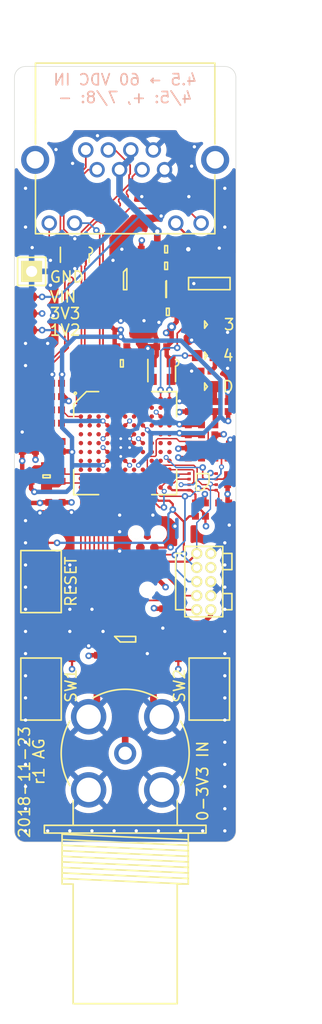
<source format=kicad_pcb>
(kicad_pcb (version 20221018) (generator pcbnew)
  (title_block (date "2018-11-24") (rev "1") (comment 1 "Drawn by: Adam Greig"))
  (layers (0 "F.Cu" signal) (1 "In1.Cu" power) (2 "In2.Cu" power) (31 "B.Cu" signal) (34 "B.Paste" user) (35 "F.Paste" user) (36 "B.SilkS" user "B.Silkscreen") (37 "F.SilkS" user "F.Silkscreen") (38 "B.Mask" user) (39 "F.Mask" user) (44 "Edge.Cuts" user))
  (net 0 "")
  (net 1 "3v3")
  (net 2 "GND")
  (net 3 "/CLK")
  (net 4 "/LED2")
  (net 5 "/TD+")
  (net 6 "/RD-")
  (net 7 "/TD-")
  (net 8 "/RD+")
  (net 9 "/LED1")
  (net 10 "/PWRIN")
  (net 11 "/TX-")
  (net 12 "/TX+")
  (net 13 "1v2")
  (net 14 "/FLASH_SDI")
  (net 15 "/FLASH_SDO")
  (net 16 "/FLASH_SS")
  (net 17 "/FLASH_SCK")
  (net 18 "/FLASH_IO3")
  (net 19 "/FLASH_IO2")
  (net 20 "/LED3")
  (net 21 "Net-(D1-Pad1)")
  (net 22 "/LED4")
  (net 23 "Net-(D2-Pad1)")
  (net 24 "/CDONE")
  (net 25 "/CRESET_B")
  (net 26 "Net-(C13-Pad2)")
  (net 27 "Net-(C13-Pad1)")
  (net 28 "Net-(C18-Pad1)")
  (net 29 "Net-(C19-Pad2)")
  (net 30 "Net-(C19-Pad1)")
  (net 31 "Net-(C27-Pad1)")
  (net 32 "Net-(D3-Pad1)")
  (net 33 "Net-(D4-Pad1)")
  (net 34 "Net-(IC1-Pad9)")
  (net 35 "Net-(IC1-Pad11)")
  (net 36 "Net-(IC2-Pad8)")
  (net 37 "Net-(IC2-Pad6)")
  (net 38 "Net-(IC2-Pad5)")
  (net 39 "Net-(IC4-PadA1)")
  (net 40 "Net-(IC4-PadD1)")
  (net 41 "Net-(IC4-PadE1)")
  (net 42 "Net-(IC4-PadF1)")
  (net 43 "Net-(IC4-PadG1)")
  (net 44 "Net-(IC4-PadH1)")
  (net 45 "Net-(IC4-PadJ1)")
  (net 46 "Net-(IC4-PadK1)")
  (net 47 "/ADC_~{CS}")
  (net 48 "Net-(IC4-PadA2)")
  (net 49 "Net-(IC4-PadD2)")
  (net 50 "Net-(IC4-PadE2)")
  (net 51 "Net-(IC4-PadF2)")
  (net 52 "Net-(IC4-PadG2)")
  (net 53 "Net-(IC4-PadH2)")
  (net 54 "Net-(IC4-PadJ2)")
  (net 55 "Net-(IC4-PadK2)")
  (net 56 "/ADC_DOUT")
  (net 57 "Net-(IC4-PadB3)")
  (net 58 "Net-(IC4-PadC3)")
  (net 59 "Net-(IC4-PadD3)")
  (net 60 "Net-(IC4-PadE3)")
  (net 61 "Net-(IC4-PadF3)")
  (net 62 "Net-(IC4-PadG3)")
  (net 63 "Net-(IC4-PadH3)")
  (net 64 "Net-(IC4-PadJ3)")
  (net 65 "Net-(IC4-PadK3)")
  (net 66 "/ADC_SCLK")
  (net 67 "Net-(IC4-PadB4)")
  (net 68 "Net-(IC4-PadC4)")
  (net 69 "Net-(IC4-PadF4)")
  (net 70 "Net-(IC4-PadJ4)")
  (net 71 "Net-(IC4-PadK4)")
  (net 72 "Net-(IC4-PadA5)")
  (net 73 "Net-(IC4-PadB5)")
  (net 74 "Net-(IC4-PadD5)")
  (net 75 "Net-(IC4-PadJ5)")
  (net 76 "Net-(IC4-PadK5)")
  (net 77 "Net-(IC4-PadL5)")
  (net 78 "Net-(IC4-PadA6)")
  (net 79 "Net-(IC4-PadK6)")
  (net 80 "Net-(IC4-PadA7)")
  (net 81 "Net-(IC4-PadB7)")
  (net 82 "Net-(IC4-PadC7)")
  (net 83 "Net-(IC4-PadD7)")
  (net 84 "Net-(IC4-PadH7)")
  (net 85 "Net-(IC4-PadK7)")
  (net 86 "Net-(IC4-PadA8)")
  (net 87 "Net-(IC4-PadB8)")
  (net 88 "Net-(IC4-PadC8)")
  (net 89 "Net-(IC4-PadE8)")
  (net 90 "Net-(IC4-PadG8)")
  (net 91 "Net-(IC4-PadL8)")
  (net 92 "Net-(IC4-PadA9)")
  (net 93 "Net-(IC4-PadB9)")
  (net 94 "Net-(IC4-PadC9)")
  (net 95 "Net-(IC4-PadD9)")
  (net 96 "Net-(IC4-PadE9)")
  (net 97 "Net-(IC4-PadF9)")
  (net 98 "Net-(IC4-PadG9)")
  (net 99 "Net-(IC4-PadH9)")
  (net 100 "Net-(IC4-PadB10)")
  (net 101 "Net-(IC4-PadD10)")
  (net 102 "Net-(IC4-PadE10)")
  (net 103 "Net-(IC4-PadF10)")
  (net 104 "Net-(IC4-PadG10)")
  (net 105 "Net-(IC4-PadH10)")
  (net 106 "Net-(IC4-PadJ10)")
  (net 107 "Net-(IC4-PadB11)")
  (net 108 "Net-(IC4-PadC11)")
  (net 109 "Net-(IC4-PadD11)")
  (net 110 "Net-(IC4-PadE11)")
  (net 111 "Net-(IC4-PadF11)")
  (net 112 "Net-(IC4-PadG11)")
  (net 113 "Net-(IC4-PadK11)")
  (net 114 "Net-(J1-Pad7)")
  (net 115 "Net-(IC4-PadJ7)")
  (net 116 "Net-(IC4-PadJ8)")
  (net 117 "/RX+")
  (net 118 "/RX-")
  (net 119 "/TDESD-")
  (net 120 "/TDESD+")
  (net 121 "/USERSW1")
  (net 122 "/USERSW2")
  (net 123 "Net-(IC1-PadS1)")
  (net 124 "Net-(IC1-PadS2)")
  (footprint "agg:Lattice-BG121" (layer "F.Cu") (at 60 84)
    (fp_text reference "IC4")
    (fp_text value "iCE40HX8K-BG121")
  )
  (footprint "agg:RJHSE-538X" (layer "F.Cu") (at 60 55 180)
    (fp_text reference "IC1")
    (fp_text value "RJHSE-538x")
  )
  (footprint "agg:BNC_PCB_RA_5-1634556-0" (layer "F.Cu") (at 60 112 180)
    (fp_text reference "P1")
    (fp_text value "COAX")
  )
  (footprint "agg:0402" (layer "F.Cu") (at 53.8 82.2)
    (fp_text reference "R4")
    (fp_text value "140")
  )
  (footprint "agg:0402" (layer "F.Cu") (at 53.8 81)
    (fp_text reference "R6")
    (fp_text value "140")
  )
  (footprint "agg:0402" (layer "F.Cu") (at 56.2 78.2)
    (fp_text reference "R2")
    (fp_text value "100")
  )
  (footprint "agg:0402" (layer "F.Cu") (at 52 81.6 90)
    (fp_text reference "R5")
    (fp_text value "140")
  )
  (footprint "agg:0402" (layer "F.Cu") (at 52.85 66.35 180)
    (fp_text reference "R1")
    (fp_text value "1k")
  )
  (footprint "agg:0402" (layer "F.Cu") (at 67.2 66.4)
    (fp_text reference "R3")
    (fp_text value "1k")
  )
  (footprint "agg:0603" (layer "F.Cu") (at 52.9 87 -90)
    (fp_text reference "C13")
    (fp_text value "10µ")
  )
  (footprint "agg:0603" (layer "F.Cu") (at 59.7 76.8 180)
    (fp_text reference "C19")
    (fp_text value "10µ")
  )
  (footprint "agg:0402" (layer "F.Cu") (at 54.3 87 -90)
    (fp_text reference "C14")
    (fp_text value "100n")
  )
  (footprint "agg:0402" (layer "F.Cu") (at 59.7 78.3 180)
    (fp_text reference "C20")
    (fp_text value "100n")
  )
  (footprint "agg:0402" (layer "F.Cu") (at 51.5 87 90)
    (fp_text reference "R7")
    (fp_text value "100")
  )
  (footprint "agg:0402" (layer "F.Cu") (at 59.7 75.3)
    (fp_text reference "R8")
    (fp_text value "100")
  )
  (footprint "agg:0402" (layer "F.Cu") (at 68.9 89.4 180)
    (fp_text reference "R16")
    (fp_text value "10k")
  )
  (footprint "agg:0402" (layer "F.Cu") (at 66.8 90.6 180)
    (fp_text reference "R12")
    (fp_text value "10k")
  )
  (footprint "agg:0402" (layer "F.Cu") (at 68.1 82.8 90)
    (fp_text reference "R13")
    (fp_text value "10k")
  )
  (footprint "agg:0402" (layer "F.Cu") (at 53.1 84.3 90)
    (fp_text reference "C1")
    (fp_text value "100n")
  )
  (footprint "agg:0402" (layer "F.Cu") (at 50.7 84.3 90)
    (fp_text reference "C5")
    (fp_text value "100n")
  )
  (footprint "agg:0402" (layer "F.Cu") (at 53.1 89.8 -90)
    (fp_text reference "C7")
    (fp_text value "100n")
  )
  (footprint "agg:0402" (layer "F.Cu") (at 66.9 82.8 90)
    (fp_text reference "C2")
    (fp_text value "100n")
  )
  (footprint "agg:0402" (layer "F.Cu") (at 65.7 84.9 -90)
    (fp_text reference "C6")
    (fp_text value "10n")
  )
  (footprint "agg:0402" (layer "F.Cu") (at 66.9 80.7 90)
    (fp_text reference "C8")
    (fp_text value "100n")
  )
  (footprint "agg:0402" (layer "F.Cu") (at 65.7 82.8 90)
    (fp_text reference "C3")
    (fp_text value "10n")
  )
  (footprint "agg:0402" (layer "F.Cu") (at 66.9 84.9 -90)
    (fp_text reference "C9")
    (fp_text value "100n")
  )
  (footprint "agg:0402" (layer "F.Cu") (at 54.3 84.3 90)
    (fp_text reference "C4")
    (fp_text value "10n")
  )
  (footprint "agg:0402" (layer "F.Cu") (at 54.3 89.8 -90)
    (fp_text reference "C10")
    (fp_text value "10n")
  )
  (footprint "agg:0402" (layer "F.Cu") (at 51.9 84.3 90)
    (fp_text reference "C11")
    (fp_text value "10n")
  )
  (footprint "agg:0402" (layer "F.Cu") (at 65.7 80.7 90)
    (fp_text reference "C12")
    (fp_text value "10n")
  )
  (footprint "agg:0402" (layer "F.Cu") (at 66.8 89.4)
    (fp_text reference "C23")
    (fp_text value "100n")
  )
  (footprint "agg:0603" (layer "F.Cu") (at 63.7 68)
    (fp_text reference "C17")
    (fp_text value "100n 48V")
  )
  (footprint "agg:0402" (layer "F.Cu") (at 63.3 75.3 180)
    (fp_text reference "C28")
    (fp_text value "100n")
  )
  (footprint "agg:UFDFN-8" (layer "F.Cu") (at 67 87.5 180)
    (fp_text reference "IC5")
    (fp_text value "W25Q80")
  )
  (footprint "agg:0402" (layer "F.Cu") (at 63.4 99.4 -90)
    (fp_text reference "C26")
    (fp_text value "100n")
  )
  (footprint "agg:0603-LED" (layer "F.Cu") (at 67.3 76.1 180)
    (fp_text reference "D2")
    (fp_text value "LED")
  )
  (footprint "agg:0402" (layer "F.Cu") (at 68.9 90.6)
    (fp_text reference "R18")
    (fp_text value "DNF")
  )
  (footprint "agg:0402" (layer "F.Cu") (at 67.3 74.7 180)
    (fp_text reference "R9")
    (fp_text value "1k")
  )
  (footprint "agg:0402" (layer "F.Cu") (at 67.3 77.5 180)
    (fp_text reference "R10")
    (fp_text value "1k")
  )
  (footprint "agg:0402" (layer "F.Cu") (at 68.1 84.9 -90)
    (fp_text reference "R14")
    (fp_text value "10k")
  )
  (footprint "agg:0402" (layer "F.Cu") (at 69.3 84.9 90)
    (fp_text reference "R17")
    (fp_text value "DNF")
  )
  (footprint "agg:0402" (layer "F.Cu") (at 69.25 87.3 90)
    (fp_text reference "R15")
    (fp_text value "10k")
  )
  (footprint "agg:0402" (layer "F.Cu") (at 59.15 72.15)
    (fp_text reference "C22")
    (fp_text value "1µ")
  )
  (footprint "agg:0402" (layer "F.Cu") (at 61 66.5 180)
    (fp_text reference "C21")
    (fp_text value "100n")
  )
  (footprint "agg:SOT-23" (layer "F.Cu") (at 60 69.2)
    (fp_text reference "IC3")
    (fp_text value "MCP1700")
  )
  (footprint "agg:0603" (layer "F.Cu") (at 63.85 72.15 180)
    (fp_text reference "C15")
    (fp_text value "10µ")
  )
  (footprint "agg:0603" (layer "F.Cu") (at 63.7 66.5)
    (fp_text reference "C16")
    (fp_text value "1µ 48V")
  )
  (footprint "agg:0402" (layer "F.Cu") (at 61.25 72.15)
    (fp_text reference "C18")
    (fp_text value "1µ")
  )
  (footprint "agg:0402" (layer "F.Cu") (at 57.5 102.7 90)
    (fp_text reference "C25")
    (fp_text value "100n")
  )
  (footprint "agg:0402" (layer "F.Cu") (at 62.1 104.4)
    (fp_text reference "C27")
    (fp_text value "10n")
  )
  (footprint "agg:0603-LED" (layer "F.Cu") (at 67.3 73.3 180)
    (fp_text reference "D1")
    (fp_text value "LED")
  )
  (footprint "agg:0603-LED" (layer "F.Cu") (at 67.3 78.9 180)
    (fp_text reference "D3")
    (fp_text value "LED")
  )
  (footprint "agg:0402" (layer "F.Cu") (at 57.9 104.4 180)
    (fp_text reference "D4")
    (fp_text value "ESD_DIODE")
  )
  (footprint "agg:TDFN-8" (layer "F.Cu") (at 63.7 70.1)
    (fp_text reference "IC2")
    (fp_text value "MAX15062")
  )
  (footprint "agg:SOT-23-6" (layer "F.Cu") (at 60 101.7 90)
    (fp_text reference "IC6")
    (fp_text value "MAX11665AUT")
  )
  (footprint "agg:TC2030-NL" (layer "F.Cu") (at 62 94.7 90)
    (fp_text reference "J2")
    (fp_text value "~")
  )
  (footprint "agg:0402" (layer "F.Cu") (at 68.1 80.7 -90)
    (fp_text reference "R11")
    (fp_text value "1k")
  )
  (footprint "agg:0402" (layer "F.Cu") (at 60 104.4)
    (fp_text reference "R19")
    (fp_text value "100")
  )
  (footprint "agg:KSR232G" (layer "F.Cu") (at 52.4 96.5 90)
    (fp_text reference "SW1")
    (fp_text value "~")
  )
  (footprint "agg:0402" (layer "F.Cu") (at 53.8 78.6 180)
    (fp_text reference "C24")
    (fp_text value "100n")
  )
  (footprint "agg:0402" (layer "F.Cu") (at 53.8 79.8 180)
    (fp_text reference "C29")
    (fp_text value "10n")
  )
  (footprint "agg:FTSH-105-01-F-D-K" (layer "F.Cu") (at 67.1 96.5 90)
    (fp_text reference "J1")
    (fp_text value "~")
  )
  (footprint "agg:XTAL-25x20" (layer "F.Cu") (at 63.3 77.45 -90)
    (fp_text reference "Y1")
    (fp_text value "25M")
  )
  (footprint "agg:0402" (layer "F.Cu") (at 69.3 80.7 90)
    (fp_text reference "C30")
    (fp_text value "100n")
  )
  (footprint "agg:LPS4018" (layer "F.Cu") (at 67.6 69.6 -90)
    (fp_text reference "L1")
    (fp_text value "33µ")
  )
  (footprint "agg:0402" (layer "F.Cu") (at 64.8 103 90)
    (fp_text reference "R20")
    (fp_text value "10k")
  )
  (footprint "agg:0402" (layer "F.Cu") (at 55.2 103 90)
    (fp_text reference "R21")
    (fp_text value "10k")
  )
  (footprint "agg:KSR232G" (layer "F.Cu") (at 52.4 106.2 90)
    (fp_text reference "SW3")
    (fp_text value "~")
  )
  (footprint "agg:KSR232G" (layer "F.Cu") (at 67.6 106.2 90)
    (fp_text reference "SW2")
    (fp_text value "~")
  )
  (footprint "agg:SIL-254P-01" (layer "F.Cu") (at 51.55 68.5)
    (fp_text reference "J3")
    (fp_text value "GND")
  )
  (footprint "agg:TESTPAD" (layer "F.Cu") (at 51.55 70.8)
    (fp_text reference "TP1" hide)
    (fp_text value "TESTPAD" hide)
  )
  (footprint "agg:TESTPAD" (layer "F.Cu") (at 51.55 73.8)
    (fp_text reference "TP2" hide)
    (fp_text value "TESTPAD" hide)
  )
  (footprint "agg:TESTPAD" (layer "F.Cu") (at 51.55 72.3)
    (fp_text reference "TP3" hide)
    (fp_text value "TESTPAD" hide)
  )
  (footprint "agg:uQFN-10L" (layer "F.Cu") (at 55.45 67 -90)
    (fp_text reference "IC7")
    (fp_text value "ECMF04-4HSM10")
  )
  (gr_line (start 50 119) (end 50 51) (stroke (width 0.05)) (layer "Edge.Cuts"))
  (gr_line (start 51 50) (end 69 50) (stroke (width 0.05)) (layer "Edge.Cuts"))
  (gr_line (start 69 120) (end 51 120) (stroke (width 0.05)) (layer "Edge.Cuts"))
  (gr_arc (start 50 51) (mid 50.292893 50.292893) (end 51 50) (stroke (width 0.05)) (layer "Edge.Cuts"))
  (gr_arc (start 69 50) (mid 69.707107 50.292893) (end 70 51) (stroke (width 0.05)) (layer "Edge.Cuts"))
  (gr_arc (start 70 119) (mid 69.707107 119.707107) (end 69 120) (stroke (width 0.05)) (layer "Edge.Cuts"))
  (gr_arc (start 51 120) (mid 50.292893 119.707107) (end 50 119) (stroke (width 0.05)) (layer "Edge.Cuts"))
  (gr_line (start 70 51) (end 70 119) (stroke (width 0.05)) (layer "Edge.Cuts"))
  (gr_text "4.5 → 60 VDC IN\n4/5: +, 7/8: -" (at 60 52) (layer "B.SilkS") (effects (font (size 1 1)) (justify mirror)))
  (gr_text "3V3" (at 53.1 72.3) (layer "F.SilkS") (effects (font (size 1 1)) (justify left)))
  (gr_text "1V2" (at 53.1 73.8) (layer "F.SilkS") (effects (font (size 1 1)) (justify left)))
  (gr_text "0-3V3 IN" (at 67 114.5 90) (layer "F.SilkS") (effects (font (size 1 1))))
  (gr_text "D" (at 69.3 78.9) (layer "F.SilkS") (effects (font (size 1 1))))
  (gr_text "3" (at 69.4 73.3) (layer "F.SilkS") (effects (font (size 1 1))))
  (gr_text "2018-11-23" (at 50.9 114.6 90) (layer "F.SilkS") (effects (font (size 1 1))))
  (gr_text "r1 AG" (at 52.2 112.75 90) (layer "F.SilkS") (effects (font (size 1 1))))
  (gr_text "4" (at 69.3 76.1) (layer "F.SilkS") (effects (font (size 1 1))))
  (gr_text "SW2" (at 64.9 105.9 90) (layer "F.SilkS") (effects (font (size 1 1))))
  (gr_text "GND" (at 53.1 69) (layer "F.SilkS") (effects (font (size 1 1)) (justify left)))
  (gr_text "VIN" (at 53.1 70.8) (layer "F.SilkS") (effects (font (size 1 1)) (justify left)))
  (gr_text "SW1" (at 55.1 105.9 90) (layer "F.SilkS") (effects (font (size 1 1))))
  (gr_text "RESET" (at 55.1 96.5 90) (layer "F.SilkS") (effects (font (size 1 1))))
  (segment (start 63.75 75.3) (end 63.75 76.1) (width 0.4) (layer "F.Cu") (net 1))
  (segment (start 67.15 81.15) (end 67.5 80.8) (width 0.2) (layer "F.Cu") (net 1))
  (segment (start 63.75 76.1) (end 64.35 76.7) (width 0.4) (layer "F.Cu") (net 1))
  (segment (start 57.5 103.15) (end 56.75 103.15) (width 0.4) (layer "F.Cu") (net 1))
  (segment (start 67.735 99.565) (end 67.1 100.2) (width 0.4) (layer "F.Cu") (net 1))
  (segment (start 67.5 80.8) (end 67.5 79.9) (width 0.2) (layer "F.Cu") (net 1))
  (segment (start 60 82.4) (end 60.4 82) (width 0.127) (layer "F.Cu") (net 1))
  (segment (start 69.25 88.6) (end 69.25 89.3) (width 0.4) (layer "F.Cu") (net 1))
  (segment (start 62.65 98.95) (end 62.6 98.9) (width 0.4) (layer "F.Cu") (net 1))
  (segment (start 67.735 99.04) (end 67.735 99.565) (width 0.4) (layer "F.Cu") (net 1))
  (segment (start 64.2 73.5) (end 64.2 74.15) (width 0.4) (layer "F.Cu") (net 1))
  (segment (start 69.25 89.3) (end 69.35 89.4) (width 0.15) (layer "F.Cu") (net 1))
  (segment (start 64.65 73.05) (end 64.2 73.5) (width 0.4) (layer "F.Cu") (net 1))
  (segment (start 54.3 89.35) (end 53.1 89.35) (width 0.4) (layer "F.Cu") (net 1))
  (segment (start 65.3 72.15) (end 66.375 71.075) (width 0.4) (layer "F.Cu") (net 1))
  (segment (start 67.25 90.45) (end 67.25 90.6) (width 0.2) (layer "F.Cu") (net 1))
  (segment (start 65.6 100.2) (end 64.35 98.95) (width 0.4) (layer "F.Cu") (net 1))
  (segment (start 63.65 96.98) (end 63.65 97) (width 0.4) (layer "F.Cu") (net 1))
  (segment (start 66.35 89.55) (end 67.25 90.45) (width 0.2) (layer "F.Cu") (net 1))
  (segment (start 61.6 84) (end 61.2 83.6) (width 0.127) (layer "F.Cu") (net 1))
  (segment (start 56.75 103.15) (end 56.7 103.2) (width 0.4) (layer "F.Cu") (net 1))
  (segment (start 66.9 81.15) (end 65.7 81.15) (width 0.4) (layer "F.Cu") (net 1))
  (segment (start 50.7 84.75) (end 50.7 85.6) (width 0.4) (layer "F.Cu") (net 1))
  (segment (start 65.7 84.45) (end 64.85 84.45) (width 0.4) (layer "F.Cu") (net 1))
  (segment (start 64.85 84.45) (end 64.8 84.5) (width 0.4) (layer "F.Cu") (net 1))
  (segment (start 64.65 72.15) (end 64.65 73.05) (width 0.4) (layer "F.Cu") (net 1))
  (segment (start 65.95 88.25) (end 66.35 88.65) (width 0.2) (layer "F.Cu") (net 1))
  (segment (start 64.35 98.95) (end 63.4 98.95) (width 0.4) (layer "F.Cu") (net 1))
  (segment (start 65.15 78.9) (end 64.35 78.1) (width 0.4) (layer "F.Cu") (net 1))
  (segment (start 54.3 89.35) (end 55.15 89.35) (width 0.4) (layer "F.Cu") (net 1))
  (segment (start 64.2 73.55) (end 63.7 74.05) (width 0.4) (layer "F.Cu") (net 1))
  (segment (start 68.1 83.25) (end 68.1 83.8) (width 0.4) (layer "F.Cu") (net 1))
  (segment (start 58.4 84.8) (end 58 84.4) (width 0.127) (layer "F.Cu") (net 1))
  (segment (start 66.9 81.15) (end 67.15 81.15) (width 0.2) (layer "F.Cu") (net 1))
  (segment (start 51.9 84.75) (end 51.9 85.5) (width 0.4) (layer "F.Cu") (net 1))
  (segment (start 57.5 103.15) (end 58.9 103.15) (width 0.6) (layer "F.Cu") (net 1))
  (segment (start 68.1 84.45) (end 66.9 84.45) (width 0.4) (layer "F.Cu") (net 1))
  (segment (start 52.35 89.35) (end 52.3 89.4) (width 0.4) (layer "F.Cu") (net 1))
  (segment (start 58.9 103.15) (end 59.05 103) (width 0.6) (layer "F.Cu") (net 1))
  (segment (start 50.7 88.7) (end 51.4 89.4) (width 0.4) (layer "F.Cu") (net 1))
  (segment (start 63.8 74.15) (end 63.7 74.05) (width 0.4) (layer "F.Cu") (net 1))
  (segment (start 66.9 84.45) (end 65.7 84.45) (width 0.4) (layer "F.Cu") (net 1))
  (segment (start 66.375 71.075) (end 67.6 71.075) (width 0.4) (layer "F.Cu") (net 1))
  (segment (start 62.75 70.85) (end 63.35 70.85) (width 0.2) (layer "F.Cu") (net 1))
  (segment (start 55.2 103.45) (end 55.2 104.4) (width 0.2) (layer "F.Cu") (net 1))
  (segment (start 66.5 78.9) (end 65.15 78.9) (width 0.4) (layer "F.Cu") (net 1))
  (segment (start 66.35 89.4) (end 66.35 89.55) (width 0.2) (layer "F.Cu") (net 1))
  (segment (start 64.65 72.15) (end 65.3 72.15) (width 0.4) (layer "F.Cu") (net 1))
  (segment (start 65.7 81.15) (end 64.95 81.15) (width 0.4) (layer "F.Cu") (net 1))
  (segment (start 62.64 95.97) (end 63.65 96.98) (width 0.4) (layer "F.Cu") (net 1))
  (segment (start 50.7 84.75) (end 51.9 84.75) (width 0.4) (layer "F.Cu") (net 1))
  (segment (start 58.4 83.2) (end 58 83.6) (width 0.127) (layer "F.Cu") (net 1))
  (segment (start 64.95 81.15) (end 64.9 81.2) (width 0.4) (layer "F.Cu") (net 1))
  (segment (start 51.4 89.4) (end 52.3 89.4) (width 0.4) (layer "F.Cu") (net 1))
  (segment (start 61.45 66.5) (end 61.45 68.9) (width 0.4) (layer "F.Cu") (net 1))
  (segment (start 64.25 88.25) (end 64 88) (width 0.2) (layer "F.Cu") (net 1))
  (segment (start 60 85.6) (end 60.4 86) (width 0.127) (layer "F.Cu") (net 1))
  (segment (start 67.5 79.9) (end 66.5 78.9) (width 0.2) (layer "F.Cu") (net 1))
  (segment (start 64.35 78.1) (end 64.35 76.7) (width 0.4) (layer "F.Cu") (net 1))
  (segment (start 64.2 74.15) (end 63.8 74.15) (width 0.4) (layer "F.Cu") (net 1))
  (segment (start 64.2 73.5) (end 64.2 73.55) (width 0.4) (layer "F.Cu") (net 1))
  (segment (start 51.55 72.3) (end 52.5 72.3) (width 0.2) (layer "F.Cu") (net 1))
  (segment (start 64.2 74.15) (end 64.2 74.85) (width 0.4) (layer "F.Cu") (net 1))
  (segment (start 63.4 98.95) (end 62.65 98.95) (width 0.4) (layer "F.Cu") (net 1))
  (segment (start 63.2 81.6) (end 62.8 81.2) (width 0.127) (layer "F.Cu") (net 1))
  (segment (start 67.25 91.45) (end 67.3 91.5) (width 0.2) (layer "F.Cu") (net 1))
  (segment (start 68.85 83.25) (end 68.9 83.2) (width 0.4) (layer "F.Cu") (net 1))
  (segment (start 67.25 90.6) (end 67.25 91.45) (width 0.2) (layer "F.Cu") (net 1))
  (segment (start 61.45 66.5) (end 61.45 65.75) (width 0.4) (layer "F.Cu") (net 1))
  (segment (start 65.775 88.25) (end 65.95 88.25) (width 0.2) (layer "F.Cu") (net 1))
  (segment (start 69.25 87.75) (end 69.25 88.6) (width 0.4) (layer "F.Cu") (net 1))
  (segment (start 68.1 83.8) (end 68.1 84.45) (width 0.4) (layer "F.Cu") (net 1))
  (segment (start 61.45 68.9) (end 61.15 69.2) (width 0.4) (layer "F.Cu") (net 1))
  (segment (start 62.75 70.85) (end 62.95 70.85) (width 0.2) (layer "F.Cu") (net 1))
  (segment (start 66.35 88.65) (end 66.35 89.4) (width 0.2) (layer "F.Cu") (net 1))
  (segment (start 50.7 85.6) (end 50.7 88.7) (width 0.4) (layer "F.Cu") (net 1))
  (segment (start 68.1 83.25) (end 68.85 83.25) (width 0.4) (layer "F.Cu") (net 1))
  (segment (start 53.1 89.35) (end 52.35 89.35) (width 0.4) (layer "F.Cu") (net 1))
  (segment (start 63.35 70.85) (end 64.65 72.15) (width 0.2) (layer "F.Cu") (net 1))
  (segment (start 67.1 100.2) (end 65.6 100.2) (width 0.4) (layer "F.Cu") (net 1))
  (segment (start 65.775 88.25) (end 64.25 88.25) (width 0.2) (layer "F.Cu") (net 1))
  (segment (start 61.45 65.75) (end 61.5 65.7) (width 0.4) (layer "F.Cu") (net 1))
  (segment (start 64.8 103.45) (end 64.8 104.4) (width 0.2) (layer "F.Cu") (net 1))
  (segment (start 64.2 74.85) (end 63.75 75.3) (width 0.4) (layer "F.Cu") (net 1))
  (via (at 61.5 65.7) (size 0.6) (drill 0.3) (layers "F.Cu" "B.Cu") (net 1))
  (via (at 64.2 73.5) (size 0.8) (drill 0.4) (layers "F.Cu" "B.Cu") (net 1))
  (via (at 51.9 85.5) (size 0.6) (drill 0.3) (layers "F.Cu" "B.Cu") (net 1))
  (via (at 62.8 81.2) (size 0.4572) (drill 0.254) (layers "F.Cu" "B.Cu") (net 1))
  (via (at 61.2 83.6) (size 0.4572) (drill 0.254) (layers "F.Cu" "B.Cu") (net 1))
  (via (at 62.6 98.9) (size 0.6) (drill 0.3) (layers "F.Cu" "B.Cu") (net 1))
  (via (at 64.8 84.5) (size 0.6) (drill 0.3) (layers "F.Cu" "B.Cu") (net 1))
  (via (at 58 83.6) (size 0.4572) (drill 0.254) (layers "F.Cu" "B.Cu") (net 1))
  (via (at 55.2 104.4) (size 0.6) (drill 0.3) (layers "F.Cu" "B.Cu") (net 1))
  (via (at 68.9 83.2) (size 0.6) (drill 0.3) (layers "F.Cu" "B.Cu") (net 1))
  (via (at 64.8 104.4) (size 0.6) (drill 0.3) (layers "F.Cu" "B.Cu") (net 1))
  (via (at 60.4 86) (size 0.4572) (drill 0.254) (layers "F.Cu" "B.Cu") (net 1))
  (via (at 60.4 82) (size 0.4572) (drill 0.254) (layers "F.Cu" "B.Cu") (net 1))
  (via (at 56.7 103.2) (size 0.6) (drill 0.3) (layers "F.Cu" "B.Cu") (net 1))
  (via (at 69.25 88.6) (size 0.6) (drill 0.3) (layers "F.Cu" "B.Cu") (net 1))
  (via (at 50.7 85.6) (size 0.6) (drill 0.3) (layers "F.Cu" "B.Cu") (net 1))
  (via (at 52.5 72.3) (size 0.6) (drill 0.3) (layers "F.Cu" "B.Cu") (net 1))
  (via (at 58 84.4) (size 0.4572) (drill 0.254) (layers "F.Cu" "B.Cu") (net 1))
  (via (at 63.7 74.05) (size 0.6) (drill 0.3) (layers "F.Cu" "B.Cu") (net 1))
  (via (at 52.3 89.4) (size 0.6) (drill 0.3) (layers "F.Cu" "B.Cu") (net 1))
  (via (at 63.65 97) (size 0.6) (drill 0.3) (layers "F.Cu" "B.Cu") (net 1))
  (via (at 64.9 81.2) (size 0.6) (drill 0.3) (layers "F.Cu" "B.Cu") (net 1))
  (via (at 67.3 91.5) (size 0.6) (drill 0.3) (layers "F.Cu" "B.Cu") (net 1))
  (via (at 55.15 89.35) (size 0.6) (drill 0.3) (layers "F.Cu" "B.Cu") (net 1))
  (segment (start 58.85 68.25) (end 58.85 67.55) (width 0.4) (layer "F.Cu") (net 2))
  (segment (start 60 84) (end 60.4 83.6) (width 0.127) (layer "F.Cu") (net 2))
  (segment (start 59.2 83.2) (end 59.6 83.6) (width 0.127) (layer "F.Cu") (net 2))
  (segment (start 62.85 75.3) (end 62.2 75.3) (width 0.4) (layer "F.Cu") (net 2))
  (segment (start 51.9 83.85) (end 50.7 83.85) (width 0.4) (layer "F.Cu") (net 2))
  (segment (start 61.7 72.15) (end 61.7 72.95) (width 0.4) (layer "F.Cu") (net 2))
  (segment (start 50.9 109.7) (end 50.8 109.6) (width 0.2) (layer "F.Cu") (net 2))
  (segment (start 59.6 84.4) (end 59.2 84) (width 0.127) (layer "F.Cu") (net 2))
  (segment (start 62.85 76.1) (end 62.25 76.7) (width 0.4) (layer "F.Cu") (net 2))
  (segment (start 67.25 89.4) (end 67.25 88.65) (width 0.2) (layer "F.Cu") (net 2))
  (segment (start 63.4 99.85) (end 63.4 100.7) (width 0.4) (layer "F.Cu") (net 2))
  (segment (start 60 84) (end 60.4 84.4) (width 0.127) (layer "F.Cu") (net 2))
  (segment (start 67.25 88.65) (end 67.2 88.6) (width 0.2) (layer "F.Cu") (net 2))
  (segment (start 52.35 90.25) (end 52.3 90.3) (width 0.4) (layer "F.Cu") (net 2))
  (segment (start 57.95 101.8) (end 57.5 102.25) (width 0.4) (layer "F.Cu") (net 2))
  (segment (start 62.55 107.95) (end 63.3 108.7) (width 0.6) (layer "F.Cu") (net 2))
  (segment (start 60 103) (end 60 102.1) (width 0.4) (layer "F.Cu") (net 2))
  (segment (start 66.9 80.25) (end 65.7 80.25) (width 0.4) (layer "F.Cu") (net 2))
  (segment (start 60 102.1) (end 59.7 101.8) (width 0.4) (layer "F.Cu") (net 2))
  (segment (start 60 84.8) (end 60.4 84.4) (width 0.127) (layer "F.Cu") (net 2))
  (segment (start 52.4 109.7) (end 50.9 109.7) (width 0.2) (layer "F.Cu") (net 2))
  (segment (start 57.5 102.25) (end 56.75 102.25) (width 0.4) (layer "F.Cu") (net 2))
  (segment (start 67.6 109.7) (end 68.9 109.7) (width 0.2) (layer "F.Cu") (net 2))
  (segment (start 64.95 80.25) (end 64.9 80.2) (width 0.4) (layer "F.Cu") (net 2))
  (segment (start 59.6 72.15) (end 59.6 72.95) (width 0.4) (layer "F.Cu") (net 2))
  (segment (start 53.35 78.6) (end 53.35 77.85) (width 0.4) (layer "F.Cu") (net 2))
  (segment (start 59.2 84) (end 59.6 83.6) (width 0.127) (layer "F.Cu") (net 2))
  (segment (start 60 84.8) (end 59.6 84.4) (width 0.127) (layer "F.Cu") (net 2))
  (segment (start 62.55 104.4) (end 62.55 107.95) (width 0.6) (layer "F.Cu") (net 2))
  (segment (start 53.35 78.6) (end 53.35 79.8) (width 0.4) (layer "F.Cu") (net 2))
  (segment (start 62.85 75.3) (end 62.85 76.1) (width 0.4) (layer "F.Cu") (net 2))
  (segment (start 64.85 85.35) (end 64.8 85.3) (width 0.4) (layer "F.Cu") (net 2))
  (segment (start 58.85 67.55) (end 58.9 67.5) (width 0.4) (layer "F.Cu") (net 2))
  (segment (start 69.35 91.35) (end 69.4 91.4) (width 0.2) (layer "F.Cu") (net 2))
  (segment (start 59.6 85.2) (end 59.2 84.8) (width 0.127) (layer "F.Cu") (net 2))
  (segment (start 64.07 93.43) (end 64.1 93.4) (width 0.2) (layer "F.Cu") (net 2))
  (segment (start 60 83.2) (end 59.6 83.6) (width 0.127) (layer "F.Cu") (net 2))
  (segment (start 60.55 66.5) (end 59.7 66.5) (width 0.4) (layer "F.Cu") (net 2))
  (segment (start 69.3 83.9) (end 69.5 83.7) (width 0.4) (layer "F.Cu") (net 2))
  (segment (start 54.3 90.25) (end 55.15 90.25) (width 0.4) (layer "F.Cu") (net 2))
  (segment (start 69.3 80.25) (end 69.3 79.4) (width 0.4) (layer "F.Cu") (net 2))
  (segment (start 59.7 101.8) (end 57.95 101.8) (width 0.4) (layer "F.Cu") (net 2))
  (segment (start 53.1 90.25) (end 54.3 90.25) (width 0.4) (layer "F.Cu") (net 2))
  (segment (start 67.65 66.4) (end 68.5 66.4) (width 0.4) (layer "F.Cu") (net 2))
  (segment (start 65.8 69.6) (end 66.2 69.6) (width 0.2) (layer "F.Cu") (net 2))
  (segment (start 65.7 82.35) (end 64.95 82.35) (width 0.4) (layer "F.Cu") (net 2))
  (segment (start 53.35 77.85) (end 53.4 77.8) (width 0.4) (layer "F.Cu") (net 2))
  (segment (start 62.64 93.43) (end 64.07 93.43) (width 0.2) (layer "F.Cu") (net 2))
  (segment (start 59.2 85.6) (end 59.6 85.2) (width 0.127) (layer "F.Cu") (net 2))
  (segment (start 50.7 83.85) (end 50.7 83) (width 0.4) (layer "F.Cu") (net 2))
  (segment (start 60.4 83.6) (end 60 83.2) (width 0.127) (layer "F.Cu") (net 2))
  (segment (start 66.9 85.35) (end 65.7 85.35) (width 0.4) (layer "F.Cu") (net 2))
  (segment (start 56.75 102.25) (end 56.7 102.3) (width 0.4) (layer "F.Cu") (net 2))
  (segment (start 53.1 90.25) (end 52.35 90.25) (width 0.4) (layer "F.Cu") (net 2))
  (segment (start 53.1 83.85) (end 51.9 83.85) (width 0.4) (layer "F.Cu") (net 2))
  (segment (start 66.9 82.35) (end 65.7 82.35) (width 0.4) (layer "F.Cu") (net 2))
  (segment (start 55.45 66.375) (end 55.45 65.55) (width 0.15) (layer "F.Cu") (net 2))
  (segment (start 65.55 69.85) (end 65.8 69.6) (width 0.2) (layer "F.Cu") (net 2))
  (segment (start 60.8 83.2) (end 60.4 83.6) (width 0.127) (layer "F.Cu") (net 2))
  (segment (start 52.4 66.35) (end 51.6 66.35) (width 0.15) (layer "F.Cu") (net 2))
  (segment (start 60.4 84.4) (end 60.8 84) (width 0.127) (layer "F.Cu") (net 2))
  (segment (start 64.95 82.35) (end 64.9 82.3) (width 0.4) (layer "F.Cu") (net 2))
  (segment (start 60 84) (end 59.6 83.6) (width 0.127) (layer "F.Cu") (net 2))
  (segment (start 69 109.6) (end 69 109) (width 0.2) (layer "F.Cu") (net 2))
  (segment (start 60.8 84.8) (end 60.4 84.4) (width 0.127) (layer "F.Cu") (net 2))
  (segment (start 65.7 80.25) (end 64.95 80.25) (width 0.4) (layer "F.Cu") (net 2))
  (segment (start 57.45 104.4) (end 57.45 107.95) (width 0.6) (layer "F.Cu") (net 2))
  (segment (start 68.9 109.7) (end 69 109.6) (width 0.2) (layer "F.Cu") (net 2))
  (segment (start 65.7 85.35) (end 64.85 85.35) (width 0.4) (layer "F.Cu") (net 2))
  (segment (start 59.6 84.4) (end 60 84) (width 0.127) (layer "F.Cu") (net 2))
  (segment (start 60 84.8) (end 59.6 85.2) (width 0.127) (layer "F.Cu") (net 2))
  (segment (start 68.225 86.75) (end 67.75 86.75) (width 0.15) (layer "F.Cu") (net 2))
  (segment (start 63.05 72.15) (end 63.05 73.1) (width 0.4) (layer "F.Cu") (net 2))
  (segment (start 69.35 90.6) (end 69.35 91.35) (width 0.2) (layer "F.Cu") (net 2))
  (segment (start 64.5 68) (end 64.5 66.5) (width 0.6) (layer "F.Cu") (net 2))
  (segment (start 64.5 66.5) (end 65.7 66.5) (width 0.6) (layer "F.Cu") (net 2))
  (segment (start 64.65 69.85) (end 65.55 69.85) (width 0.2) (layer "F.Cu") (net 2))
  (segment (start 59.2 84.8) (end 59.6 84.4) (width 0.127) (layer "F.Cu") (net 2))
  (segment (start 66.85 74.7) (end 66 74.7) (width 0.2) (layer "F.Cu") (net 2))
  (segment (start 50.8 109.6) (end 50.8 109.2) (width 0.2) (layer "F.Cu") (net 2))
  (segment (start 67.75 86.75) (end 67.7 86.7) (width 0.15) (layer "F.Cu") (net 2))
  (segment (start 57.45 107.95) (end 56.7 108.7) (width 0.6) (layer "F.Cu") (net 2))
  (segment (start 66.85 77.5) (end 66 77.5) (width 0.2) (layer "F.Cu") (net 2))
  (segment (start 55.45 67.425) (end 55.45 68.25) (width 0.15) (layer "F.Cu") (net 2))
  (segment (start 60.8 84) (end 60.4 83.6) (width 0.127) (layer "F.Cu") (net 2))
  (segment (start 69.3 84.45) (end 69.3 83.9) (width 0.4) (layer "F.Cu") (net 2))
  (segment (start 62.2 75.3) (end 62.05 75.45) (width 0.4) (layer "F.Cu") (net 2))
  (segment (start 54.3 83.85) (end 53.1 83.85) (width 0.4) (layer "F.Cu") (net 2))
  (segment (start 50.8 109.2) (end 51 109) (width 0.2) (layer "F.Cu") (net 2))
  (via (at 69 64.5) (size 0.6) (drill 0.3) (layers "F.Cu" "B.Cu") (net 2))
  (via (at 69 61) (size 0.6) (drill 0.3) (layers "F.Cu" "B.Cu") (net 2))
  (via (at 53.5 72.5) (size 0.6) (drill 0.3) (layers "F.Cu" "B.Cu") (net 2))
  (via (at 67 119) (size 0.6) (drill 0.3) (layers "F.Cu" "B.Cu") (net 2))
  (via (at 59.6 85.2) (size 0.4572) (drill 0.254) (layers "F.Cu" "B.Cu") (net 2))
  (via (at 61.7 72.95) (size 0.6) (drill 0.3) (layers "F.Cu" "B.Cu") (net 2))
  (via (at 59.7 66.5) (size 0.6) (drill 0.3) (layers "F.Cu" "B.Cu") (net 2))
  (via (at 58.9 67.5) (size 0.6) (drill 0.3) (layers "F.Cu" "B.Cu") (net 2))
  (via (at 62.5 90.5) (size 0.6) (drill 0.3) (layers "F.Cu" "B.Cu") (net 2))
  (via (at 69 93) (size 0.6) (drill 0.3) (layers "F.Cu" "B.Cu") (net 2))
  (via (at 63.05 73.1) (size 0.6) (drill 0.3) (layers "F.Cu" "B.Cu") (net 2))
  (via (at 69.4 91.4) (size 0.6) (drill 0.3) (layers "F.Cu" "B.Cu") (net 2))
  (via (at 51 111) (size 0.6) (drill 0.3) (layers "F.Cu" "B.Cu") (net 2))
  (via (at 51 113) (size 0.6) (drill 0.3) (layers "F.Cu" "B.Cu") (net 2))
  (via (at 60.4 84.4) (size 0.4572) (drill 0.254) (layers "F.Cu" "B.Cu") (net 2))
  (via (at 62 103) (size 0.6) (drill 0.3) (layers "F.Cu" "B.Cu") (net 2))
  (via (at 53.75 57.5) (size 0.6) (drill 0.3) (layers "F.Cu" "B.Cu") (net 2))
  (via (at 51 77) (size 0.6) (drill 0.3) (layers "F.Cu" "B.Cu") (net 2))
  (via (at 67.7 86.7) (size 0.6) (drill 0.3) (layers "F.Cu" "B.Cu") (net 2))
  (via (at 62.05 75.45) (size 0.6) (drill 0.3) (layers "F.Cu" "B.Cu") (net 2))
  (via (at 51 101) (size 0.6) (drill 0.3) (layers "F.Cu" "B.Cu") (net 2))
  (via (at 51 64.5) (size 0.6) (drill 0.3) (layers "F.Cu" "B.Cu") (net 2))
  (via (at 51 119) (size 0.6) (drill 0.3) (layers "F.Cu" "B.Cu") (net 2))
  (via (at 59.5 93.75) (size 0.6) (drill 0.3) (layers "F.Cu" "B.Cu") (net 2))
  (via (at 69.3 79.4) (size 0.6) (drill 0.3) (layers "F.Cu" "B.Cu") (net 2))
  (via (at 69 117) (size 0.6) (drill 0.3) (layers "F.Cu" "B.Cu") (net 2))
  (via (at 55.15 90.25) (size 0.6) (drill 0.3) (layers "F.Cu" "B.Cu") (net 2))
  (via (at 51 117) (size 0.6) (drill 0.3) (layers "F.Cu" "B.Cu") (net 2))
  (via (at 55 99) (size 0.6) (drill 0.3) (layers "F.Cu" "B.Cu") (net 2))
  (via (at 68.5 66.4) (size 0.6) (drill 0.3) (layers "F.Cu" "B.Cu") (net 2))
  (via (at 51 115) (size 0.6) (drill 0.3) (layers "F.Cu" "B.Cu") (net 2))
  (via (at 61 119) (size 0.6) (drill 0.3) (layers "F.Cu" "B.Cu") (net 2))
  (via (at 51 75) (size 0.6) (drill 0.3) (layers "F.Cu" "B.Cu") (net 2))
  (via (at 69.25 77.25) (size 0.6) (drill 0.3) (layers "F.Cu" "B.Cu") (net 2))
  (via (at 57.5 56.25) (size 0.6) (drill 0.3) (layers "F.Cu" "B.Cu") (net 2))
  (via (at 64.1 93.4) (size 0.6) (drill 0.3) (layers "F.Cu" "B.Cu") (net 2))
  (via (at 51 103) (size 0.6) (drill 0.3) (layers "F.Cu" "B.Cu") (net 2))
  (via (at 50.7 83) (size 0.6) (drill 0.3) (layers "F.Cu" "B.Cu") (net 2))
  (via (at 65.75 61.75) (size 0.6) (drill 0.3) (layers "F.Cu" "B.Cu") (net 2))
  (via (at 64.9 82.3) (size 0.6) (drill 0.3) (layers "F.Cu" "B.Cu") (net 2))
  (via (at 53 75) (size 0.6) (drill 0.3) (layers "F.Cu" "B.Cu") (net 2))
  (via (at 69 111) (size 0.6) (drill 0.3) (layers "F.Cu" "B.Cu") (net 2))
  (via (at 69 109) (size 0.6) (drill 0.3) (layers "F.Cu" "B.Cu") (net 2))
  (via (at 63.4 100.7) (size 0.6) (drill 0.3) (layers "F.Cu" "B.Cu") (net 2))
  (via (at 66.25 57.25) (size 0.6) (drill 0.3) (layers "F.Cu" "B.Cu") (net 2))
  (via (at 59 119) (size 0.6) (drill 0.3) (layers "F.Cu" "B.Cu") (net 2))
  (via (at 51 91) (size 0.6) (drill 0.3) (layers "F.Cu" "B.Cu") (net 2))
  (via (at 51 93) (size 0.6) (drill 0.3) (layers "F.Cu" "B.Cu") (net 2))
  (via (at 51.6 66.35) (size 0.6) (drill 0.3) (layers "F.Cu" "B.Cu") (net 2))
  (via (at 53.25 69.75) (size 0.6) (drill 0.3) (layers "F.Cu" "B.Cu") (net 2))
  (via (at 69 119) (size 0.6) (drill 0.3) (layers "F.Cu" "B.Cu") (net 2))
  (via (at 66 59) (size 0.6) (drill 0.3) (layers "F.Cu" "B.Cu") (net 2))
  (via (at 59.5 92) (size 0.6) (drill 0.3) (layers "F.Cu" "B.Cu") (net 2))
  (via (at 55.45 68.25) (size 0.6) (drill 0.3) (layers "F.Cu" "B.Cu") (net 2))
  (via (at 61.5 61.75) (size 0.6) (drill 0.3) (layers "F.Cu" "B.Cu") (net 2))
  (via (at 64.9 80.2) (size 0.6) (drill 0.3) (layers "F.Cu" "B.Cu") (net 2))
  (via (at 69 103) (size 0.6) (drill 0.3) (layers "F.Cu" "B.Cu") (net 2))
  (via (at 55 95) (size 0.6) (drill 0.3) (layers "F.Cu" "B.Cu") (net 2))
  (via (at 69.25 74) (size 0.6) (drill 0.3) (layers "F.Cu" "B.Cu") (net 2))
  (via (at 69 101) (size 0.6) (drill 0.3) (layers "F.Cu" "B.Cu") (net 2))
  (via (at 53.25 67.5) (size 0.6) (drill 0.3) (layers "F.Cu" "B.Cu") (net 2))
  (via (at 66.2 69.6) (size 0.6) (drill 0.3) (layers "F.Cu" "B.Cu") (net 2))
  (via (at 69 115) (size 0.6) (drill 0.3) (layers "F.Cu" "B.Cu") (net 2))
  (via (at 59.5 90.5) (size 0.6) (drill 0.3) (layers "F.Cu" "B.Cu") (net 2))
  (via (at 55.45 65.55) (size 0.6) (drill 0.3) (layers "F.Cu" "B.Cu") (net 2))
  (via (at 65 119) (size 0.6) (drill 0.3) (layers "F.Cu" "B.Cu") (net 2))
  (via (at 51 99) (size 0.6) (drill 0.3) (layers "F.Cu" "B.Cu") (net 2))
  (via (at 51 97) (size 0.6) (drill 0.3) (layers "F.Cu" "B.Cu") (net 2))
  (via (at 55 97) (size 0.6) (drill 0.3) (layers "F.Cu" "B.Cu") (net 2))
  (via (at 64.8 85.3) (size 0.6) (drill 0.3) (layers "F.Cu" "B.Cu") (net 2))
  (via (at 69 95) (size 0.6) (drill 0.3) (layers "F.Cu" "B.Cu") (net 2))
  (via (at 55 101) (size 0.6) (drill 0.3) (layers "F.Cu" "B.Cu") (net 2))
  (via (at 69 97) (size 0.6) (drill 0.3) (layers "F.Cu" "B.Cu") (net 2))
  (via (at 69 99) (size 0.6) (drill 0.3) (layers "F.Cu" "B.Cu") (net 2))
  (via (at 64.5 91.5) (size 0.6) (drill 0.3) (layers "F.Cu" "B.Cu") (net 2))
  (via (at 51 95) (size 0.6) (drill 0.3) (layers "F.Cu" "B.Cu") (net 2))
  (via (at 58 101) (size 0.6) (drill 0.3) (layers "F.Cu" "B.Cu") (net 2))
  (via (at 67.2 88.6) (size 0.6) (drill 0.3) (layers "F.Cu" "B.Cu") (net 2))
  (via (at 51 109) (size 0.6) (drill 0.3) (layers "F.Cu" "B.Cu") (net 2))
  (via (at 63 119) (size 0.6) (drill 0.3) (layers "F.Cu" "B.Cu") (net 2))
  (via (at 51 105) (size 0.6) (drill 0.3) (layers "F.Cu" "B.Cu") (net 2))
  (via (at 63.25 63.5) (size 0.6) (drill 0.3) (layers "F.Cu" "B.Cu") (net 2))
  (via (at 53.4 77.8) (size 0.6) (drill 0.3) (layers "F.Cu" "B.Cu") (net 2))
  (via (at 51 107) (size 0.6) (drill 0.3) (layers "F.Cu" "B.Cu") (net 2))
  (via (at 60.4 83.6) (size 0.4572) (drill 0.254) (layers "F.Cu" "B.Cu") (net 2))
  (via (at 55 119) (size 0.6) (drill 0.3) (layers "F.Cu" "B.Cu") (net 2))
  (via (at 65.7 66.5) (size 0.8) (drill 0.4) (layers "F.Cu" "B.Cu") (net 2))
  (via (at 51 61) (size 0.6) (drill 0.3) (layers "F.Cu" "B.Cu") (net 2))
  (via (at 59.6 72.95) (size 0.6) (drill 0.3) (layers "F.Cu" "B.Cu") (net 2))
  (via (at 59.6 83.6) (size 0.4572) (drill 0.254) (layers "F.Cu" "B.Cu") (net 2))
  (via (at 69 113) (size 0.6) (drill 0.3) (layers "F.Cu" "B.Cu") (net 2))
  (via (at 53 119) (size 0.6) (drill 0.3) (layers "F.Cu" "B.Cu") (net 2))
  (via (at 59.6 84.4) (size 0.4572) (drill 0.254) (layers "F.Cu" "B.Cu") (net 2))
  (via (at 55.25 58.75) (size 0.6) (drill 0.3) (layers "F.Cu" "B.Cu") (net 2))
  (via (at 66 74.7) (size 0.6) (drill 0.3) (layers "F.Cu" "B.Cu") (net 2))
  (via (at 69.5 83.7) (size 0.6) (drill 0.3) (layers "F.Cu" "B.Cu") (net 2))
  (via (at 57 99) (size 0.6) (drill 0.3) (layers "F.Cu" "B.Cu") (net 2))
  (via (at 56.7 102.3) (size 0.6) (drill 0.3) (layers "F.Cu" "B.Cu") (net 2))
  (via (at 69 107) (size 0.6) (drill 0.3) (layers "F.Cu" "B.Cu") (net 2))
  (via (at 66 77.5) (size 0.6) (drill 0.3) (layers "F.Cu" "B.Cu") (net 2))
  (via (at 52.3 90.3) (size 0.6) (drill 0.3) (layers "F.Cu" "B.Cu") (net 2))
  (via (at 57 119) (size 0.6) (drill 0.3) (layers "F.Cu" "B.Cu") (net 2))
  (via (at 69 105) (size 0.6) (drill 0.3) (layers "F.Cu" "B.Cu") (net 2))
  (segment (start 61.7 78.1) (end 62.25 78.1) (width 0.127) (layer "F.Cu") (net 3))
  (segment (start 60 80.8) (end 60.4 80.4) (width 0.127) (layer "F.Cu") (net 3))
  (segment (start 60.4 80.4) (end 60.4 79.4) (width 0.127) (layer "F.Cu") (net 3))
  (segment (start 60.4 79.4) (end 61.7 78.1) (width 0.127) (layer "F.Cu") (net 3))
  (segment (start 58.4 79.2) (end 58 78.8) (width 0.15) (layer "F.Cu") (net 4))
  (segment (start 58 78.8) (end 58 65.2) (width 0.15) (layer "F.Cu") (net 4))
  (segment (start 60.4 62.8) (end 65.514 62.8) (width 0.15) (layer "F.Cu") (net 4))
  (segment (start 58.4 80) (end 58.4 79.2) (width 0.15) (layer "F.Cu") (net 4))
  (segment (start 65.514 62.8) (end 66.858 64.144) (width 0.15) (layer "F.Cu") (net 4))
  (segment (start 58 65.2) (end 60.4 62.8) (width 0.15) (layer "F.Cu") (net 4))
  (segment (start 56.8 81.6) (end 56.4 82) (width 0.127) (layer "F.Cu") (net 5))
  (segment (start 54.45 82) (end 54.25 82.2) (width 0.127) (layer "F.Cu") (net 5))
  (segment (start 56.4 82) (end 54.45 82) (width 0.127) (layer "F.Cu") (net 5))
  (segment (start 56.35 77.434999) (end 56.65 77.734999) (width 0.15) (layer "F.Cu") (net 6))
  (segment (start 56.65 77.734999) (end 56.65 78.2) (width 0.15) (layer "F.Cu") (net 6))
  (segment (start 56.4 80.4) (end 56.4 78.45) (width 0.127) (layer "F.Cu") (net 6))
  (segment (start 56.4 78.45) (end 56.65 78.2) (width 0.127) (layer "F.Cu") (net 6))
  (segment (start 56.45 67.950001) (end 56.35 68.050001) (width 0.15) (layer "F.Cu") (net 6))
  (segment (start 56.8 80.8) (end 56.4 80.4) (width 0.127) (layer "F.Cu") (net 6))
  (segment (start 56.35 68.050001) (end 56.35 77.434999) (width 0.15) (layer "F.Cu") (net 6))
  (segment (start 56.45 67.425) (end 56.45 67.950001) (width 0.15) (layer "F.Cu") (net 6))
  (segment (start 54.85 81.6) (end 54.25 81) (width 0.127) (layer "F.Cu") (net 7))
  (segment (start 56 81.6) (end 54.85 81.6) (width 0.127) (layer "F.Cu") (net 7))
  (segment (start 56 80.8) (end 55.6 80.4) (width 0.127) (layer "F.Cu") (net 8))
  (segment (start 56.05 68.050001) (end 56.05 77.434999) (width 0.15) (layer "F.Cu") (net 8))
  (segment (start 56.05 77.434999) (end 55.75 77.734999) (width 0.15) (layer "F.Cu") (net 8))
  (segment (start 55.95 67.950001) (end 56.05 68.050001) (width 0.15) (layer "F.Cu") (net 8))
  (segment (start 55.75 77.734999) (end 55.75 78.2) (width 0.15) (layer "F.Cu") (net 8))
  (segment (start 55.95 67.425) (end 55.95 67.950001) (width 0.15) (layer "F.Cu") (net 8))
  (segment (start 55.6 78.35) (end 55.75 78.2) (width 0.127) (layer "F.Cu") (net 8))
  (segment (start 55.6 80.4) (end 55.6 78.35) (width 0.127) (layer "F.Cu") (net 8))
  (segment (start 57.7 65.1) (end 57.4 64.8) (width 0.15) (layer "F.Cu") (net 9))
  (segment (start 57.7 65.9) (end 57.7 79.9) (width 0.15) (layer "F.Cu") (net 9))
  (segment (start 57.7 65.9) (end 57.7 65.1) (width 0.15) (layer "F.Cu") (net 9))
  (segment (start 57.7 79.9) (end 57.6 80) (width 0.15) (layer "F.Cu") (net 9))
  (via (at 57.4 64.8) (size 0.6) (drill 0.3) (layers "F.Cu" "B.Cu") (net 9))
  (segment (start 56.744 64.144) (end 55.428 64.144) (width 0.15) (layer "B.Cu") (net 9))
  (segment (start 57.4 64.8) (end 56.744 64.144) (width 0.15) (layer "B.Cu") (net 9))
  (segment (start 62.9 66.5) (end 62.9 68) (width 0.6) (layer "F.Cu") (net 10))
  (segment (start 63.35 69.85) (end 63.5 69.7) (width 0.2) (layer "F.Cu") (net 10))
  (segment (start 51.55 70.8) (end 52.5 70.8) (width 0.2) (layer "F.Cu") (net 10))
  (segment (start 62.9 64.9) (end 62.9 66.5) (width 0.6) (layer "F.Cu") (net 10))
  (segment (start 63.5 69.7) (end 63.5 69.4) (width 0.2) (layer "F.Cu") (net 10))
  (segment (start 62.75 69.35) (end 63.45 69.35) (width 0.2) (layer "F.Cu") (net 10))
  (segment (start 63.5 69.4) (end 63.5 68.6) (width 0.2) (layer "F.Cu") (net 10))
  (segment (start 62.75 69.85) (end 63.35 69.85) (width 0.2) (layer "F.Cu") (net 10))
  (segment (start 63.45 69.35) (end 63.5 69.4) (width 0.2) (layer "F.Cu") (net 10))
  (segment (start 63.5 68.6) (end 62.9 68) (width 0.2) (layer "F.Cu") (net 10))
  (via (at 52.5 70.8) (size 0.6) (drill 0.3) (layers "F.Cu" "B.Cu") (net 10))
  (via (at 62.9 64.9) (size 0.8) (drill 0.4) (layers "F.Cu" "B.Cu") (net 10))
  (segment (start 60.508 58.302) (end 59.492 59.318) (width 0.6) (layer "B.Cu") (net 10))
  (segment (start 61.4 63.4) (end 61.6 63.6) (width 0.6) (layer "B.Cu") (net 10))
  (segment (start 61.6 63.6) (end 62.9 64.9) (width 0.6) (layer "B.Cu") (net 10))
  (segment (start 60.508 57.54) (end 60.508 58.302) (width 0.6) (layer "B.Cu") (net 10))
  (segment (start 54 70.8) (end 61.4 63.4) (width 0.2) (layer "B.Cu") (net 10))
  (segment (start 52.5 70.8) (end 54 70.8) (width 0.2) (layer "B.Cu") (net 10))
  (segment (start 59.492 59.318) (end 59.492 61.492) (width 0.6) (layer "B.Cu") (net 10))
  (segment (start 59.492 61.492) (end 61.4 63.4) (width 0.6) (layer "B.Cu") (net 10))
  (segment (start 55.953293 60.675626) (end 55.994338 60.642894) (width 0.15) (layer "F.Cu") (net 11))
  (segment (start 54.867338 61.294489) (end 54.914637 61.317267) (width 0.15) (layer "F.Cu") (net 11))
  (segment (start 54.914637 61.317267) (end 54.996727 61.382732) (width 0.15) (layer "F.Cu") (net 11))
  (segment (start 54.95 66.375) (end 54.95 65.849999) (width 0.15) (layer "F.Cu") (net 11))
  (segment (start 55.147706 61.417192) (end 55.198888 61.40551) (width 0.15) (layer "F.Cu") (net 11))
  (segment (start 55.276502 60.9554) (end 55.253724 60.908101) (width 0.15) (layer "F.Cu") (net 11))
  (segment (start 55.253724 60.753239) (end 55.276502 60.70594) (width 0.15) (layer "F.Cu") (net 11))
  (segment (start 55.905994 60.698404) (end 55.953293 60.675626) (width 0.15) (layer "F.Cu") (net 11))
  (segment (start 55.994338 60.642894) (end 56.016341 60.62089) (width 0.15) (layer "F.Cu") (net 11))
  (segment (start 55.419582 60.587383) (end 55.470764 60.575701) (width 0.15) (layer "F.Cu") (net 11))
  (segment (start 55.96083 60.200995) (end 55.949148 60.149813) (width 0.15) (layer "F.Cu") (net 11))
  (segment (start 56.049073 60.330385) (end 55.983608 60.248294) (width 0.15) (layer "F.Cu") (net 11))
  (segment (start 54.665177 61.317267) (end 54.712476 61.294489) (width 0.15) (layer "F.Cu") (net 11))
  (segment (start 55.095208 61.417192) (end 55.147706 61.417192) (width 0.15) (layer "F.Cu") (net 11))
  (segment (start 55.341967 61.037491) (end 55.276502 60.9554) (width 0.15) (layer "F.Cu") (net 11))
  (segment (start 55.364745 61.239652) (end 55.376427 61.18847) (width 0.15) (layer "F.Cu") (net 11))
  (segment (start 54.816156 61.282807) (end 54.867338 61.294489) (width 0.15) (layer "F.Cu") (net 11))
  (segment (start 56.656133 59.318) (end 57.456133 59.318) (width 0.15) (layer "F.Cu") (net 11))
  (segment (start 55.242042 60.804421) (end 55.253724 60.753239) (width 0.15) (layer "F.Cu") (net 11))
  (segment (start 55.287232 61.35) (end 55.309235 61.327996) (width 0.15) (layer "F.Cu") (net 11))
  (segment (start 55.523262 60.575701) (end 55.574444 60.587383) (width 0.15) (layer "F.Cu") (net 11))
  (segment (start 55.242042 60.856919) (end 55.242042 60.804421) (width 0.15) (layer "F.Cu") (net 11))
  (segment (start 55.854812 60.710086) (end 55.905994 60.698404) (width 0.15) (layer "F.Cu") (net 11))
  (segment (start 54.624133 61.35) (end 54.665177 61.317267) (width 0.15) (layer "F.Cu") (net 11))
  (segment (start 54.85 65.749999) (end 54.85 65.087866) (width 0.15) (layer "F.Cu") (net 11))
  (segment (start 54.85 65.087866) (end 54.45 64.687866) (width 0.15) (layer "F.Cu") (net 11))
  (segment (start 55.621743 60.610161) (end 55.703833 60.675626) (width 0.15) (layer "F.Cu") (net 11))
  (segment (start 55.470764 60.575701) (end 55.523262 60.575701) (width 0.15) (layer "F.Cu") (net 11))
  (segment (start 55.364745 61.08479) (end 55.341967 61.037491) (width 0.15) (layer "F.Cu") (net 11))
  (segment (start 54.45 64.687866) (end 54.45 61.524133) (width 0.15) (layer "F.Cu") (net 11))
  (segment (start 55.983608 59.998834) (end 56.01634 59.957789) (width 0.15) (layer "F.Cu") (net 11))
  (segment (start 55.983608 60.248294) (end 55.96083 60.200995) (width 0.15) (layer "F.Cu") (net 11))
  (segment (start 56.083533 60.481364) (end 56.083533 60.428866) (width 0.15) (layer "F.Cu") (net 11))
  (segment (start 55.276502 60.70594) (end 55.309234 60.664895) (width 0.15) (layer "F.Cu") (net 11))
  (segment (start 55.376427 61.18847) (end 55.376427 61.135972) (width 0.15) (layer "F.Cu") (net 11))
  (segment (start 55.751132 60.698404) (end 55.802314 60.710086) (width 0.15) (layer "F.Cu") (net 11))
  (segment (start 56.071851 60.377684) (end 56.049073 60.330385) (width 0.15) (layer "F.Cu") (net 11))
  (segment (start 55.802314 60.710086) (end 55.854812 60.710086) (width 0.15) (layer "F.Cu") (net 11))
  (segment (start 55.949148 60.097315) (end 55.96083 60.046133) (width 0.15) (layer "F.Cu") (net 11))
  (segment (start 56.038345 59.935787) (end 56.14441 59.829723) (width 0.15) (layer "F.Cu") (net 11))
  (segment (start 55.376427 61.135972) (end 55.364745 61.08479) (width 0.15) (layer "F.Cu") (net 11))
  (segment (start 55.044026 61.40551) (end 55.095208 61.417192) (width 0.15) (layer "F.Cu") (net 11))
  (segment (start 55.198888 61.40551) (end 55.246187 61.382732) (width 0.15) (layer "F.Cu") (net 11))
  (segment (start 56.01634 59.957789) (end 56.038345 59.935787) (width 0.15) (layer "F.Cu") (net 11))
  (segment (start 55.246187 61.382732) (end 55.287232 61.35) (width 0.15) (layer "F.Cu") (net 11))
  (segment (start 55.96083 60.046133) (end 55.983608 59.998834) (width 0.15) (layer "F.Cu") (net 11))
  (segment (start 56.083533 60.428866) (end 56.071851 60.377684) (width 0.15) (layer "F.Cu") (net 11))
  (segment (start 54.95 65.849999) (end 54.85 65.749999) (width 0.15) (layer "F.Cu") (net 11))
  (segment (start 54.45 61.524133) (end 54.624133 61.35) (width 0.15) (layer "F.Cu") (net 11))
  (segment (start 55.949148 60.149813) (end 55.949148 60.097315) (width 0.15) (layer "F.Cu") (net 11))
  (segment (start 56.071851 60.532546) (end 56.083533 60.481364) (width 0.15) (layer "F.Cu") (net 11))
  (segment (start 56.049073 60.579845) (end 56.071851 60.532546) (width 0.15) (layer "F.Cu") (net 11))
  (segment (start 55.309235 61.327996) (end 55.341967 61.286951) (width 0.15) (layer "F.Cu") (net 11))
  (segment (start 55.331239 60.642894) (end 55.372283 60.610161) (width 0.15) (layer "F.Cu") (net 11))
  (segment (start 54.996727 61.382732) (end 55.044026 61.40551) (width 0.15) (layer "F.Cu") (net 11))
  (segment (start 54.763658 61.282807) (end 54.816156 61.282807) (width 0.15) (layer "F.Cu") (net 11))
  (segment (start 55.309234 60.664895) (end 55.331239 60.642894) (width 0.15) (layer "F.Cu") (net 11))
  (segment (start 55.253724 60.908101) (end 55.242042 60.856919) (width 0.15) (layer "F.Cu") (net 11))
  (segment (start 55.574444 60.587383) (end 55.621743 60.610161) (width 0.15) (layer "F.Cu") (net 11))
  (segment (start 55.372283 60.610161) (end 55.419582 60.587383) (width 0.15) (layer "F.Cu") (net 11))
  (segment (start 55.341967 61.286951) (end 55.364745 61.239652) (width 0.15) (layer "F.Cu") (net 11))
  (segment (start 56.016341 60.62089) (end 56.049073 60.579845) (width 0.15) (layer "F.Cu") (net 11))
  (segment (start 54.712476 61.294489) (end 54.763658 61.282807) (width 0.15) (layer "F.Cu") (net 11))
  (segment (start 55.703833 60.675626) (end 55.751132 60.698404) (width 0.15) (layer "F.Cu") (net 11))
  (segment (start 57.456133 59.318) (end 57.46 59.318) (width 0.15) (layer "F.Cu") (net 11))
  (segment (start 56.14441 59.829723) (end 56.656133 59.318) (width 0.15) (layer "F.Cu") (net 11))
  (segment (start 54.15 64.812134) (end 54.15 61.399867) (width 0.15) (layer "F.Cu") (net 12))
  (segment (start 56.444 59.105867) (end 56.444 57.54) (width 0.15) (layer "F.Cu") (net 12))
  (segment (start 54.45 66.375) (end 54.45 65.849999) (width 0.15) (layer "F.Cu") (net 12))
  (segment (start 54.55 65.212134) (end 54.15 64.812134) (width 0.15) (layer "F.Cu") (net 12))
  (segment (start 54.15 61.399867) (end 56.444 59.105867) (width 0.15) (layer "F.Cu") (net 12))
  (segment (start 54.45 65.849999) (end 54.55 65.749999) (width 0.15) (layer "F.Cu") (net 12))
  (segment (start 54.55 65.749999) (end 54.55 65.212134) (width 0.15) (layer "F.Cu") (net 12))
  (segment (start 54.3 84.75) (end 55.15 84.75) (width 0.4) (layer "F.Cu") (net 13))
  (segment (start 58.4 85.6) (end 58 86) (width 0.127) (layer "F.Cu") (net 13))
  (segment (start 58.7 72.15) (end 58.7 70.3) (width 0.4) (layer "F.Cu") (net 13))
  (segment (start 51.5 88.1) (end 51.5 87.45) (width 0.4) (layer "F.Cu") (net 13))
  (segment (start 59.05 73.775) (end 59.6 73.775) (width 0.4) (layer "F.Cu") (net 13))
  (segment (start 64.9 83) (end 64.9 83.1) (width 0.15) (layer "F.Cu") (net 13))
  (segment (start 54.25 78.6) (end 54.25 79.8) (width 0.4) (layer "F.Cu") (net 13))
  (segment (start 64.9 83) (end 65.15 83.25) (width 0.4) (layer "F.Cu") (net 13))
  (segment (start 58.7 70.3) (end 58.85 70.15) (width 0.4) (layer "F.Cu") (net 13))
  (segment (start 54.25 78.6) (end 54.25 77.85) (width 0.4) (layer "F.Cu") (net 13))
  (segment (start 51.8 88.4) (end 51.5 88.1) (width 0.4) (layer "F.Cu") (net 13))
  (segment (start 59.05 73.775) (end 59.05 74.4) (width 0.4) (layer "F.Cu") (net 13))
  (segment (start 59.05 74.4) (end 59.05 75.1) (width 0.4) (layer "F.Cu") (net 13))
  (segment (start 61.6 82.4) (end 62 82.8) (width 0.127) (layer "F.Cu") (net 13))
  (segment (start 65.7 83.25) (end 66.9 83.25) (width 0.4) (layer "F.Cu") (net 13))
  (segment (start 61.6 85.6) (end 61.2 86) (width 0.127) (layer "F.Cu") (net 13))
  (segment (start 59.6 74.4) (end 59.05 74.4) (width 0.4) (layer "F.Cu") (net 13))
  (segment (start 58.7 73.425) (end 59.05 73.775) (width 0.4) (layer "F.Cu") (net 13))
  (segment (start 69.3 81.15) (end 69.3 82) (width 0.4) (layer "F.Cu") (net 13))
  (segment (start 53.1 84.75) (end 54.3 84.75) (width 0.4) (layer "F.Cu") (net 13))
  (segment (start 58.7 72.15) (end 58.7 73.425) (width 0.4) (layer "F.Cu") (net 13))
  (segment (start 55.15 84.75) (end 55.2 84.8) (width 0.4) (layer "F.Cu") (net 13))
  (segment (start 54.25 79.8) (end 54.5 79.8) (width 0.4) (layer "F.Cu") (net 13))
  (segment (start 59.05 75.1) (end 59.25 75.3) (width 0.4) (layer "F.Cu") (net 13))
  (segment (start 51.55 73.8) (end 52.5 73.8) (width 0.2) (layer "F.Cu") (net 13))
  (segment (start 65.15 83.25) (end 65.7 83.25) (width 0.4) (layer "F.Cu") (net 13))
  (segment (start 58.4 82.4) (end 58 82) (width 0.127) (layer "F.Cu") (net 13))
  (segment (start 54.5 79.8) (end 54.9 80.2) (width 0.4) (layer "F.Cu") (net 13))
  (segment (start 54.25 77.85) (end 54.3 77.8) (width 0.4) (layer "F.Cu") (net 13))
  (via (at 64.9 83.1) (size 0.6) (drill 0.3) (layers "F.Cu" "B.Cu") (net 13))
  (via (at 61.2 86) (size 0.4572) (drill 0.254) (layers "F.Cu" "B.Cu") (net 13))
  (via (at 55.2 84.8) (size 0.6) (drill 0.3) (layers "F.Cu" "B.Cu") (net 13))
  (via (at 54.9 80.2) (size 0.6) (drill 0.3) (layers "F.Cu" "B.Cu") (net 13))
  (via (at 54.3 77.8) (size 0.6) (drill 0.3) (layers "F.Cu" "B.Cu") (net 13))
  (via (at 59.6 73.775) (size 0.6) (drill 0.3) (layers "F.Cu" "B.Cu") (net 13))
  (via (at 59.6 74.4) (size 0.6) (drill 0.3) (layers "F.Cu" "B.Cu") (net 13))
  (via (at 58 86) (size 0.4572) (drill 0.254) (layers "F.Cu" "B.Cu") (net 13))
  (via (at 58 82) (size 0.4572) (drill 0.254) (layers "F.Cu" "B.Cu") (net 13))
  (via (at 62 82.8) (size 0.4572) (drill 0.254) (layers "F.Cu" "B.Cu") (net 13))
  (via (at 69.3 82) (size 0.6) (drill 0.3) (layers "F.Cu" "B.Cu") (net 13))
  (via (at 51.8 88.4) (size 0.6) (drill 0.3) (layers "F.Cu" "B.Cu") (net 13))
  (via (at 52.5 73.8) (size 0.6) (drill 0.3) (layers "F.Cu" "B.Cu") (net 13))
  (segment (start 54.3 75.6) (end 54.3 77.8) (width 0.4) (layer "B.Cu") (net 13))
  (segment (start 52.5 73.8) (end 53.7 73.8) (width 0.2) (layer "B.Cu") (net 13))
  (segment (start 54.7 88.4) (end 51.8 88.4) (width 0.4) (layer "B.Cu") (net 13))
  (segment (start 68.6 78.3) (end 65.05 74.75) (width 0.4) (layer "B.Cu") (net 13))
  (segment (start 62.3 84.9) (end 61.2 86) (width 0.4) (layer "B.Cu") (net 13))
  (segment (start 62.3 83.1) (end 62 82.8) (width 0.4) (layer "B.Cu") (net 13))
  (segment (start 55.2 86) (end 55.2 87.9) (width 0.4) (layer "B.Cu") (net 13))
  (segment (start 67.1 83.1) (end 64.9 83.1) (width 0.4) (layer "B.Cu") (net 13))
  (segment (start 55.5 74.4) (end 54.9 75) (width 0.4) (layer "B.Cu") (net 13))
  (segment (start 54.3 77.8) (end 54.3 80.2) (width 0.4) (layer "B.Cu") (net 13))
  (segment (start 54.3 82) (end 54.3 82.6) (width 0.4) (layer "B.Cu") (net 13))
  (segment (start 59.95 74.75) (end 59.6 74.4) (width 0.4) (layer "B.Cu") (net 13))
  (segment (start 55.2 83.5) (end 55.2 84.4) (width 0.4) (layer "B.Cu") (net 13))
  (segment (start 55.2 84.8) (end 55.2 86) (width 0.4) (layer "B.Cu") (net 13))
  (segment (start 62.3 83.1) (end 62.3 84.9) (width 0.4) (layer "B.Cu") (net 13))
  (segment (start 54.3 82.6) (end 55.2 83.5) (width 0.4) (layer "B.Cu") (net 13))
  (segment (start 69.3 82) (end 69 82) (width 0.4) (layer "B.Cu") (net 13))
  (segment (start 54.9 80.2) (end 54.3 80.2) (width 0.4) (layer "B.Cu") (net 13))
  (segment (start 68.6 78.3) (end 68.6 81.6) (width 0.4) (layer "B.Cu") (net 13))
  (segment (start 54.3 80.2) (end 54.3 82) (width 0.4) (layer "B.Cu") (net 13))
  (segment (start 69 82) (end 68.6 81.6) (width 0.4) (layer "B.Cu") (net 13))
  (segment (start 58 86) (end 55.2 86) (width 0.4) (layer "B.Cu") (net 13))
  (segment (start 59.6 73.775) (end 59.6 74.4) (width 0.4) (layer "B.Cu") (net 13))
  (segment (start 53.7 73.8) (end 54.9 75) (width 0.2) (layer "B.Cu") (net 13))
  (segment (start 65.05 74.75) (end 59.95 74.75) (width 0.4) (layer "B.Cu") (net 13))
  (segment (start 59.6 74.4) (end 55.5 74.4) (width 0.4) (layer "B.Cu") (net 13))
  (segment (start 54.9 75) (end 54.3 75.6) (width 0.4) (layer "B.Cu") (net 13))
  (segment (start 58 82) (end 54.3 82) (width 0.4) (layer "B.Cu") (net 13))
  (segment (start 55.2 84.4) (end 55.2 84.8) (width 0.4) (layer "B.Cu") (net 13))
  (segment (start 68.6 81.6) (end 67.1 83.1) (width 0.4) (layer "B.Cu") (net 13))
  (segment (start 64.9 83.1) (end 62.3 83.1) (width 0.4) (layer "B.Cu") (net 13))
  (segment (start 55.2 87.9) (end 54.7 88.4) (width 0.4) (layer "B.Cu") (net 13))
  (segment (start 58 89.8) (end 58.8 89) (width 0.15) (layer "F.Cu") (net 14))
  (segment (start 62.4 87.2) (end 62.8 86.8) (width 0.127) (layer "F.Cu") (net 14))
  (segment (start 62.8 86.8) (end 65.725 86.8) (width 0.127) (layer "F.Cu") (net 14))
  (segment (start 60.6 98.2) (end 58.55 96.15) (width 0.15) (layer "F.Cu") (net 14))
  (segment (start 61.4 89) (end 62 88.4) (width 0.15) (layer "F.Cu") (net 14))
  (segment (start 62 87.6) (end 62 88.4) (width 0.127) (layer "F.Cu") (net 14))
  (segment (start 58.55 95.97) (end 58.37 95.97) (width 0.15) (layer "F.Cu") (net 14))
  (segment (start 58.8 89) (end 61.4 89) (width 0.15) (layer "F.Cu") (net 14))
  (segment (start 66.465 99.04) (end 65.54 99.04) (width 0.15) (layer "F.Cu") (net 14))
  (segment (start 58 95.6) (end 58 89.8) (width 0.15) (layer "F.Cu") (net 14))
  (segment (start 61.37 95.97) (end 58.55 95.97) (width 0.15) (layer "F.Cu") (net 14))
  (segment (start 65.725 86.8) (end 65.775 86.75) (width 0.127) (layer "F.Cu") (net 14))
  (segment (start 65.54 99.04) (end 64.7 98.2) (width 0.15) (layer "F.Cu") (net 14))
  (segment (start 61 98.2) (end 60.6 98.2) (width 0.15) (layer "F.Cu") (net 14))
  (segment (start 62.4 87.2) (end 62 87.6) (width 0.127) (layer "F.Cu") (net 14))
  (segment (start 58.55 95.97) (end 58.55 96.15) (width 0.15) (layer "F.Cu") (net 14))
  (segment (start 58.37 95.97) (end 58.35 95.95) (width 0.15) (layer "F.Cu") (net 14))
  (segment (start 58.55 96.15) (end 58.35 95.95) (width 0.15) (layer "F.Cu") (net 14))
  (segment (start 58.35 95.95) (end 58 95.6) (width 0.15) (layer "F.Cu") (net 14))
  (segment (start 64.7 98.2) (end 61 98.2) (width 0.15) (layer "F.Cu") (net 14))
  (segment (start 62.64 94.7) (end 65.725 94.7) (width 0.2) (layer "F.Cu") (net 15))
  (segment (start 62.8 86) (end 66.2 86) (width 0.127) (layer "F.Cu") (net 15))
  (segment (start 62.4 86.4) (end 62.8 86) (width 0.127) (layer "F.Cu") (net 15))
  (segment (start 66.5 87.3) (end 66.95 87.75) (width 0.127) (layer "F.Cu") (net 15))
  (segment (start 65.725 94.7) (end 66.465 93.96) (width 0.2) (layer "F.Cu") (net 15))
  (segment (start 67.7 87.75) (end 67.7 87.7) (width 0.127) (layer "F.Cu") (net 15))
  (segment (start 67.7 87.75) (end 68.225 87.75) (width 0.127) (layer "F.Cu") (net 15))
  (segment (start 66.2 86) (end 66.5 86.3) (width 0.127) (layer "F.Cu") (net 15))
  (segment (start 66.95 87.75) (end 67.7 87.75) (width 0.127) (layer "F.Cu") (net 15))
  (segment (start 66.5 86.3) (end 66.5 87.3) (width 0.127) (layer "F.Cu") (net 15))
  (via (at 67.7 87.7) (size 0.4572) (drill 0.254) (layers "F.Cu" "B.Cu") (net 15))
  (segment (start 67.7 87.7) (end 67.7 89.95) (width 0.127) (layer "B.Cu") (net 15))
  (segment (start 66.465 91.185) (end 66.465 93.96) (width 0.127) (layer "B.Cu") (net 15))
  (segment (start 67.7 89.95) (end 66.465 91.185) (width 0.127) (layer "B.Cu") (net 15))
  (segment (start 61.37 93.43) (end 61.37 93.57) (width 0.15) (layer "F.Cu") (net 16))
  (segment (start 68.45 88.475) (end 68.225 88.25) (width 0.127) (layer "F.Cu") (net 16))
  (segment (start 62.8 88.45) (end 63.15 88.8) (width 0.127) (layer "F.Cu") (net 16))
  (segment (start 66.6 88.1) (end 67.45 88.1) (width 0.127) (layer "F.Cu") (net 16))
  (segment (start 63.15 88.8) (end 65.4 88.8) (width 0.127) (layer "F.Cu") (net 16))
  (segment (start 68.45 90.6) (end 68.45 89.4) (width 0.2) (layer "F.Cu") (net 16))
  (segment (start 67.45 88.1) (end 67.6 88.25) (width 0.127) (layer "F.Cu") (net 16))
  (segment (start 61.87 94.07) (end 64.45 94.07) (width 0.15) (layer "F.Cu") (net 16))
  (segment (start 64.45 94.07) (end 64.48 94.1) (width 0.15) (layer "F.Cu") (net 16))
  (segment (start 63.2 87.2) (end 62.8 87.6) (width 0.127) (layer "F.Cu") (net 16))
  (segment (start 61.37 93.57) (end 61.87 94.07) (width 0.15) (layer "F.Cu") (net 16))
  (segment (start 68.45 89.4) (end 68.45 88.475) (width 0.127) (layer "F.Cu") (net 16))
  (segment (start 67.6 88.25) (end 68.225 88.25) (width 0.127) (layer "F.Cu") (net 16))
  (segment (start 62.8 87.6) (end 62.8 88.45) (width 0.127) (layer "F.Cu") (net 16))
  (via (at 65.4 88.8) (size 0.6) (drill 0.3) (layers "F.Cu" "B.Cu") (net 16))
  (via (at 64.48 94.1) (size 0.6) (drill 0.3) (layers "F.Cu" "B.Cu") (net 16))
  (via (at 66.6 88.1) (size 0.6) (drill 0.3) (layers "F.Cu" "B.Cu") (net 16))
  (segment (start 64.6 95.4) (end 64.6 93.6) (width 0.15) (layer "B.Cu") (net 16))
  (segment (start 64.6 93.6) (end 64.6 93.98) (width 0.15) (layer "B.Cu") (net 16))
  (segment (start 65.9 88.8) (end 66.6 88.1) (width 0.127) (layer "B.Cu") (net 16))
  (segment (start 65.7 96.5) (end 64.6 95.4) (width 0.15) (layer "B.Cu") (net 16))
  (segment (start 64.6 93.98) (end 64.48 94.1) (width 0.15) (layer "B.Cu") (net 16))
  (segment (start 65.4 88.8) (end 65.4 92.8) (width 0.15) (layer "B.Cu") (net 16))
  (segment (start 64.6 93.6) (end 65.4 92.8) (width 0.15) (layer "B.Cu") (net 16))
  (segment (start 65.4 88.8) (end 65.9 88.8) (width 0.127) (layer "B.Cu") (net 16))
  (segment (start 66.465 96.5) (end 65.7 96.5) (width 0.15) (layer "B.Cu") (net 16))
  (segment (start 58.4 89.9) (end 58.95 89.35) (width 0.15) (layer "F.Cu") (net 17))
  (segment (start 63.1 89.8) (end 63.5 89.8) (width 0.15) (layer "F.Cu") (net 17))
  (segment (start 63.04 95.34) (end 65.47 97.77) (width 0.15) (layer "F.Cu") (net 17))
  (segment (start 64.4 87.6) (end 64.75 87.25) (width 0.127) (layer "F.Cu") (net 17))
  (segment (start 58.6 94.7) (end 58.4 94.5) (width 0.15) (layer "F.Cu") (net 17))
  (segment (start 58.4 94.5) (end 58.4 89.9) (width 0.15) (layer "F.Cu") (net 17))
  (segment (start 63.2 88.025) (end 63.525 88.35) (width 0.127) (layer "F.Cu") (net 17))
  (segment (start 61.37 94.7) (end 62.01 95.34) (width 0.15) (layer "F.Cu") (net 17))
  (segment (start 61.37 94.7) (end 58.6 94.7) (width 0.15) (layer "F.Cu") (net 17))
  (segment (start 63.2 88) (end 63.6 87.6) (width 0.127) (layer "F.Cu") (net 17))
  (segment (start 58.95 89.35) (end 62.65 89.35) (width 0.15) (layer "F.Cu") (net 17))
  (segment (start 63.6 87.6) (end 64.4 87.6) (width 0.127) (layer "F.Cu") (net 17))
  (segment (start 64.75 87.25) (end 65.775 87.25) (width 0.127) (layer "F.Cu") (net 17))
  (segment (start 63.2 88) (end 63.2 88.025) (width 0.127) (layer "F.Cu") (net 17))
  (segment (start 62.01 95.34) (end 63.04 95.34) (width 0.15) (layer "F.Cu") (net 17))
  (segment (start 62.65 89.35) (end 63.1 89.8) (width 0.15) (layer "F.Cu") (net 17))
  (segment (start 65.47 97.77) (end 66.465 97.77) (width 0.15) (layer "F.Cu") (net 17))
  (via (at 63.525 88.35) (size 0.4572) (drill 0.254) (layers "F.Cu" "B.Cu") (net 17))
  (via (at 63.5 89.8) (size 0.6) (drill 0.3) (layers "F.Cu" "B.Cu") (net 17))
  (segment (start 63.5 88.375) (end 63.525 88.35) (width 0.127) (layer "B.Cu") (net 17))
  (segment (start 63.5 89.8) (end 63.5 88.375) (width 0.15) (layer "B.Cu") (net 17))
  (segment (start 65.95 87.75) (end 65.775 87.75) (width 0.127) (layer "F.Cu") (net 18))
  (segment (start 68.7 85.4) (end 68.65 85.35) (width 0.15) (layer "F.Cu") (net 18))
  (segment (start 66.2 86.5) (end 66.2 87.5) (width 0.127) (layer "F.Cu") (net 18))
  (segment (start 66.2 87.5) (end 65.95 87.75) (width 0.127) (layer "F.Cu") (net 18))
  (segment (start 68.65 85.35) (end 68.1 85.35) (width 0.2) (layer "F.Cu") (net 18))
  (segment (start 65.775 87.75) (end 65.05 87.75) (width 0.15) (layer "F.Cu") (net 18))
  (segment (start 69.3 85.35) (end 68.65 85.35) (width 0.2) (layer "F.Cu") (net 18))
  (segment (start 68.7 86.15) (end 68.7 85.4) (width 0.15) (layer "F.Cu") (net 18))
  (segment (start 66.1 86.4) (end 66.2 86.5) (width 0.127) (layer "F.Cu") (net 18))
  (segment (start 64 86.4) (end 66.1 86.4) (width 0.127) (layer "F.Cu") (net 18))
  (via (at 65.05 87.75) (size 0.4572) (drill 0.254) (layers "F.Cu" "B.Cu") (net 18))
  (via (at 68.7 86.15) (size 0.4572) (drill 0.254) (layers "F.Cu" "B.Cu") (net 18))
  (segment (start 68.65 86.75) (end 68.65 86.2) (width 0.15) (layer "B.Cu") (net 18))
  (segment (start 66.65 87.25) (end 68.15 87.25) (width 0.15) (layer "B.Cu") (net 18))
  (segment (start 66.15 87.75) (end 66.65 87.25) (width 0.15) (layer "B.Cu") (net 18))
  (segment (start 68.65 86.2) (end 68.7 86.15) (width 0.15) (layer "B.Cu") (net 18))
  (segment (start 65.05 87.75) (end 66.15 87.75) (width 0.15) (layer "B.Cu") (net 18))
  (segment (start 68.15 87.25) (end 68.65 86.75) (width 0.15) (layer "B.Cu") (net 18))
  (segment (start 68.225 87.25) (end 68.85 87.25) (width 0.15) (layer "F.Cu") (net 19))
  (segment (start 68.225 87.25) (end 67.15 87.25) (width 0.15) (layer "F.Cu") (net 19))
  (segment (start 67.15 87.25) (end 67 87.1) (width 0.15) (layer "F.Cu") (net 19))
  (segment (start 67 87.1) (end 67 86.2) (width 0.15) (layer "F.Cu") (net 19))
  (segment (start 68.85 87.25) (end 69.25 86.85) (width 0.15) (layer "F.Cu") (net 19))
  (segment (start 64 85.6) (end 63.7 85.3) (width 0.127) (layer "F.Cu") (net 19))
  (via (at 67 86.2) (size 0.6) (drill 0.3) (layers "F.Cu" "B.Cu") (net 19))
  (via (at 63.7 85.3) (size 0.4572) (drill 0.254) (layers "F.Cu" "B.Cu") (net 19))
  (segment (start 64.6 86.2) (end 67 86.2) (width 0.127) (layer "B.Cu") (net 19))
  (segment (start 63.7 85.3) (end 64.6 86.2) (width 0.127) (layer "B.Cu") (net 19))
  (segment (start 64.7 74.1) (end 64.7 75.4) (width 0.15) (layer "F.Cu") (net 20))
  (segment (start 65.5 73.3) (end 64.7 74.1) (width 0.15) (layer "F.Cu") (net 20))
  (segment (start 63.2 80) (end 63.2 79.2) (width 0.15) (layer "F.Cu") (net 20))
  (segment (start 66.5 73.3) (end 65.5 73.3) (width 0.15) (layer "F.Cu") (net 20))
  (via (at 63.2 79.2) (size 0.6) (drill 0.3) (layers "F.Cu" "B.Cu") (net 20))
  (via (at 64.7 75.4) (size 0.6) (drill 0.3) (layers "F.Cu" "B.Cu") (net 20))
  (segment (start 63.2 75.7) (end 63.5 75.4) (width 0.15) (layer "B.Cu") (net 20))
  (segment (start 63.5 75.4) (end 64.7 75.4) (width 0.15) (layer "B.Cu") (net 20))
  (segment (start 63.2 75.7) (end 63.2 79.2) (width 0.15) (layer "B.Cu") (net 20))
  (segment (start 64.8 75.4) (end 64.7 75.4) (width 0.127) (layer "B.Cu") (net 20))
  (segment (start 68.1 73.3) (end 68.1 74.35) (width 0.4) (layer "F.Cu") (net 21))
  (segment (start 68.1 74.35) (end 67.75 74.7) (width 0.4) (layer "F.Cu") (net 21))
  (segment (start 64 80) (end 64 79.2) (width 0.15) (layer "F.Cu") (net 22))
  (segment (start 65.4 76.1) (end 66.5 76.1) (width 0.15) (layer "F.Cu") (net 22))
  (via (at 64 79.2) (size 0.6) (drill 0.3) (layers "F.Cu" "B.Cu") (net 22))
  (via (at 65.4 76.1) (size 0.6) (drill 0.3) (layers "F.Cu" "B.Cu") (net 22))
  (segment (start 64.35 76.1) (end 65.4 76.1) (width 0.15) (layer "B.Cu") (net 22))
  (segment (start 64 76.45) (end 64.35 76.1) (width 0.15) (layer "B.Cu") (net 22))
  (segment (start 64 79.2) (end 64 76.45) (width 0.15) (layer "B.Cu") (net 22))
  (segment (start 68.1 76.1) (end 68.1 77.15) (width 0.4) (layer "F.Cu") (net 23))
  (segment (start 68.1 77.15) (end 67.75 77.5) (width 0.4) (layer "F.Cu") (net 23))
  (segment (start 67.35 83.85) (end 67.5 83.7) (width 0.127) (layer "F.Cu") (net 24))
  (segment (start 62.8 83.75) (end 62.95 83.6) (width 0.127) (layer "F.Cu") (net 24))
  (segment (start 64.65 83.6) (end 64.9 83.85) (width 0.127) (layer "F.Cu") (net 24))
  (segment (start 68.1 81.15) (end 68.1 82.35) (width 0.4) (layer "F.Cu") (net 24))
  (segment (start 67.5 83.7) (end 67.5 82.85) (width 0.127) (layer "F.Cu") (net 24))
  (segment (start 62.8 85.1) (end 62.8 83.75) (width 0.127) (layer "F.Cu") (net 24))
  (segment (start 62 85.35) (end 62.15 85.2) (width 0.127) (layer "F.Cu") (net 24))
  (segment (start 64.9 83.85) (end 67.35 83.85) (width 0.127) (layer "F.Cu") (net 24))
  (segment (start 62.7 85.2) (end 62.8 85.1) (width 0.127) (layer "F.Cu") (net 24))
  (segment (start 62 86.8) (end 62 85.35) (width 0.127) (layer "F.Cu") (net 24))
  (segment (start 61.6 87.2) (end 62 86.8) (width 0.127) (layer "F.Cu") (net 24))
  (segment (start 62.15 85.2) (end 62.7 85.2) (width 0.127) (layer "F.Cu") (net 24))
  (segment (start 62.95 83.6) (end 64.65 83.6) (width 0.127) (layer "F.Cu") (net 24))
  (segment (start 68 82.35) (end 68.1 82.35) (width 0.127) (layer "F.Cu") (net 24))
  (segment (start 67.5 82.85) (end 68 82.35) (width 0.127) (layer "F.Cu") (net 24))
  (segment (start 63 89.2) (end 64 89.2) (width 0.2) (layer "F.Cu") (net 25))
  (segment (start 64.3 89.5) (end 64.3 90) (width 0.2) (layer "F.Cu") (net 25))
  (segment (start 64.3 90.1) (end 65.3 91.1) (width 0.2) (layer "F.Cu") (net 25))
  (segment (start 66.35 90.6) (end 65.8 90.6) (width 0.2) (layer "F.Cu") (net 25))
  (segment (start 52.4 93) (end 53.85 93) (width 0.2) (layer "F.Cu") (net 25))
  (segment (start 64 89.2) (end 64.3 89.5) (width 0.2) (layer "F.Cu") (net 25))
  (segment (start 63 89.2) (end 62.4 88.6) (width 0.2) (layer "F.Cu") (net 25))
  (segment (start 65.3 91.1) (end 65.8 90.6) (width 0.2) (layer "F.Cu") (net 25))
  (segment (start 64.3 90) (end 64.3 90.1) (width 0.2) (layer "F.Cu") (net 25))
  (segment (start 65.3 94) (end 65.3 91.1) (width 0.2) (layer "F.Cu") (net 25))
  (segment (start 62.4 88.6) (end 62.4 88) (width 0.2) (layer "F.Cu") (net 25))
  (via (at 64.3 90) (size 0.6) (drill 0.3) (layers "F.Cu" "B.Cu") (net 25))
  (via (at 53.85 93) (size 0.6) (drill 0.3) (layers "F.Cu" "B.Cu") (net 25))
  (via (at 65.3 94) (size 0.6) (drill 0.3) (layers "F.Cu" "B.Cu") (net 25))
  (segment (start 58.5 93) (end 63.5 93) (width 0.2) (layer "B.Cu") (net 25))
  (segment (start 63.5 93) (end 63.9 92.6) (width 0.2) (layer "B.Cu") (net 25))
  (segment (start 63.9 90.4) (end 64.3 90) (width 0.2) (layer "B.Cu") (net 25))
  (segment (start 63.9 92.6) (end 63.9 90.4) (width 0.2) (layer "B.Cu") (net 25))
  (segment (start 53.85 93) (end 58.5 93) (width 0.2) (layer "B.Cu") (net 25))
  (segment (start 66.465 95.23) (end 66.33 95.23) (width 0.15) (layer "B.Cu") (net 25))
  (segment (start 66.33 95.23) (end 65.3 94.2) (width 0.15) (layer "B.Cu") (net 25))
  (segment (start 65.3 94.2) (end 65.3 94) (width 0.15) (layer "B.Cu") (net 25))
  (segment (start 53.95 87.8) (end 54.3 87.45) (width 0.4) (layer "F.Cu") (net 26))
  (segment (start 54.45 87.6) (end 54.3 87.45) (width 0.127) (layer "F.Cu") (net 26))
  (segment (start 60 88) (end 59.6 87.6) (width 0.127) (layer "F.Cu") (net 26))
  (segment (start 52.9 87.8) (end 53.95 87.8) (width 0.4) (layer "F.Cu") (net 26))
  (segment (start 59.6 87.6) (end 54.45 87.6) (width 0.127) (layer "F.Cu") (net 26))
  (segment (start 52.9 86.2) (end 51.85 86.2) (width 0.4) (layer "F.Cu") (net 27))
  (segment (start 53.95 86.2) (end 54.3 86.55) (width 0.4) (layer "F.Cu") (net 27))
  (segment (start 54.55 86.8) (end 54.3 86.55) (width 0.127) (layer "F.Cu") (net 27))
  (segment (start 59.6 86.8) (end 54.55 86.8) (width 0.127) (layer "F.Cu") (net 27))
  (segment (start 60 86.4) (end 59.6 86.8) (width 0.127) (layer "F.Cu") (net 27))
  (segment (start 51.85 86.2) (end 51.5 86.55) (width 0.4) (layer "F.Cu") (net 27))
  (segment (start 52.9 86.2) (end 53.95 86.2) (width 0.4) (layer "F.Cu") (net 27))
  (segment (start 62.75 70.35) (end 61.1 70.35) (width 0.2) (layer "F.Cu") (net 28))
  (segment (start 61.1 70.35) (end 60.8 70.65) (width 0.2) (layer "F.Cu") (net 28))
  (segment (start 60.8 70.65) (end 60.8 72.15) (width 0.2) (layer "F.Cu") (net 28))
  (segment (start 58.8 78.75) (end 59.25 78.3) (width 0.127) (layer "F.Cu") (net 29))
  (segment (start 58.9 77.95) (end 59.25 78.3) (width 0.4) (layer "F.Cu") (net 29))
  (segment (start 59.2 81.6) (end 58.8 81.2) (width 0.127) (layer "F.Cu") (net 29))
  (segment (start 58.9 76.8) (end 58.9 77.95) (width 0.4) (layer "F.Cu") (net 29))
  (segment (start 58.8 81.2) (end 58.8 78.75) (width 0.127) (layer "F.Cu") (net 29))
  (segment (start 60.5 77.95) (end 60.15 78.3) (width 0.4) (layer "F.Cu") (net 30))
  (segment (start 60.5 76.8) (end 60.5 75.65) (width 0.4) (layer "F.Cu") (net 30))
  (segment (start 60.5 76.8) (end 60.5 77.95) (width 0.4) (layer "F.Cu") (net 30))
  (segment (start 59.6 78.85) (end 60.15 78.3) (width 0.127) (layer "F.Cu") (net 30))
  (segment (start 60 81.6) (end 59.6 81.2) (width 0.127) (layer "F.Cu") (net 30))
  (segment (start 59.6 81.2) (end 59.6 78.85) (width 0.127) (layer "F.Cu") (net 30))
  (segment (start 60.5 75.65) (end 60.15 75.3) (width 0.4) (layer "F.Cu") (net 30))
  (segment (start 61.65 104.4) (end 60.9 104.4) (width 0.6) (layer "F.Cu") (net 31))
  (segment (start 60.95 103) (end 60.95 104.35) (width 0.6) (layer "F.Cu") (net 31))
  (segment (start 60.95 104.35) (end 60.9 104.4) (width 0.6) (layer "F.Cu") (net 31))
  (segment (start 60.9 104.4) (end 60.45 104.4) (width 0.6) (layer "F.Cu") (net 31))
  (segment (start 68.1 78.9) (end 68.1 80.25) (width 0.4) (layer "F.Cu") (net 32))
  (segment (start 59.55 105.25) (end 59.55 104.4) (width 0.6) (layer "F.Cu") (net 33))
  (segment (start 60 112) (end 60 105.7) (width 0.6) (layer "F.Cu") (net 33))
  (segment (start 60 105.7) (end 59.55 105.25) (width 0.6) (layer "F.Cu") (net 33))
  (segment (start 58.35 104.4) (end 59.55 104.4) (width 0.6) (layer "F.Cu") (net 33))
  (segment (start 53.142 66.192) (end 53.3 66.35) (width 0.15) (layer "F.Cu") (net 34))
  (segment (start 53.142 64.144) (end 53.142 66.192) (width 0.15) (layer "F.Cu") (net 34))
  (segment (start 64.572 64.222) (end 66.75 66.4) (width 0.2) (layer "F.Cu") (net 35))
  (segment (start 64.572 64.144) (end 64.572 64.222) (width 0.2) (layer "F.Cu") (net 35))
  (segment (start 65.15 69.35) (end 66.375 68.125) (width 0.4) (layer "F.Cu") (net 36))
  (segment (start 64.65 69.35) (end 65.15 69.35) (width 0.4) (layer "F.Cu") (net 36))
  (segment (start 66.375 68.125) (end 67.6 68.125) (width 0.4) (layer "F.Cu") (net 36))
  (segment (start 56.8 88) (end 56.4 88.4) (width 0.15) (layer "F.Cu") (net 47))
  (segment (start 59.05 99.05) (end 59.05 100.4) (width 0.15) (layer "F.Cu") (net 47))
  (segment (start 56.4 96.4) (end 59.05 99.05) (width 0.15) (layer "F.Cu") (net 47))
  (segment (start 56.4 88.4) (end 56.4 96.4) (width 0.15) (layer "F.Cu") (net 47))
  (segment (start 56.8 88.8) (end 56.8 96.2) (width 0.15) (layer "F.Cu") (net 56))
  (segment (start 60 99.4) (end 60 100.4) (width 0.15) (layer "F.Cu") (net 56))
  (segment (start 57.6 88) (end 56.8 88.8) (width 0.15) (layer "F.Cu") (net 56))
  (segment (start 56.8 96.2) (end 60 99.4) (width 0.15) (layer "F.Cu") (net 56))
  (segment (start 57.2 96) (end 60.95 99.75) (width 0.15) (layer "F.Cu") (net 66))
  (segment (start 60.95 99.75) (end 60.95 100.4) (width 0.15) (layer "F.Cu") (net 66))
  (segment (start 58.4 88) (end 57.2 89.2) (width 0.15) (layer "F.Cu") (net 66))
  (segment (start 57.2 89.2) (end 57.2 96) (width 0.15) (layer "F.Cu") (net 66))
  (segment (start 60.45 58.9) (end 60.45 59.7) (width 0.15) (layer "F.Cu") (net 117))
  (segment (start 55.95 65.849999) (end 55.95 66.375) (width 0.15) (layer "F.Cu") (net 117))
  (segment (start 58.476 57.54) (end 59.09 57.54) (width 0.15) (layer "F.Cu") (net 117))
  (segment (start 60.35 59.8) (end 60.35 60.637866) (width 0.15) (layer "F.Cu") (net 117))
  (segment (start 56.05 65.749999) (end 55.95 65.849999) (width 0.15) (layer "F.Cu") (net 117))
  (segment (start 59.09 57.54) (end 60.45 58.9) (width 0.15) (layer "F.Cu") (net 117))
  (segment (start 56.05 64.937866) (end 56.05 65.749999) (width 0.15) (layer "F.Cu") (net 117))
  (segment (start 60.35 60.637866) (end 56.05 64.937866) (width 0.15) (layer "F.Cu") (net 117))
  (segment (start 60.45 59.7) (end 60.35 59.8) (width 0.15) (layer "F.Cu") (net 117))
  (segment (start 59.793236 61.893777) (end 59.880773 61.963586) (width 0.15) (layer "F.Cu") (net 118))
  (segment (start 60.118906 61.426342) (end 60.118906 61.37036) (width 0.15) (layer "F.Cu") (net 118))
  (segment (start 57.362134 64.05) (end 57.405902 64.015095) (width 0.15) (layer "F.Cu") (net 118))
  (segment (start 58.379024 63.307989) (end 58.466561 63.377798) (width 0.15) (layer "F.Cu") (net 118))
  (segment (start 59.632237 61.85703) (end 59.688219 61.85703) (width 0.15) (layer "F.Cu") (net 118))
  (segment (start 56.35 65.749999) (end 56.35 65.062134) (width 0.15) (layer "F.Cu") (net 118))
  (segment (start 58.717151 62.895133) (end 58.704694 62.840554) (width 0.15) (layer "F.Cu") (net 118))
  (segment (start 59.4118 62.077466) (end 59.424257 62.022887) (width 0.15) (layer "F.Cu") (net 118))
  (segment (start 60.041772 62.000333) (end 60.096351 61.987876) (width 0.15) (layer "F.Cu") (net 118))
  (segment (start 60.262209 61.779896) (end 60.262209 61.723914) (width 0.15) (layer "F.Cu") (net 118))
  (segment (start 59.439683 62.670692) (end 59.483452 62.635788) (width 0.15) (layer "F.Cu") (net 118))
  (segment (start 58.776346 63.342894) (end 58.81125 63.299125) (width 0.15) (layer "F.Cu") (net 118))
  (segment (start 60.225462 61.618897) (end 60.155653 61.531359) (width 0.15) (layer "F.Cu") (net 118))
  (segment (start 59.035692 62.576593) (end 59.08613 62.600883) (width 0.15) (layer "F.Cu") (net 118))
  (segment (start 57.864472 64.121651) (end 57.920454 64.121651) (width 0.15) (layer "F.Cu") (net 118))
  (segment (start 57.997588 63.54766) (end 57.997588 63.491678) (width 0.15) (layer "F.Cu") (net 118))
  (segment (start 58.010045 63.437099) (end 58.034335 63.386661) (width 0.15) (layer "F.Cu") (net 118))
  (segment (start 57.671918 64.015095) (end 57.759455 64.084904) (width 0.15) (layer "F.Cu") (net 118))
  (segment (start 60.146789 61.963586) (end 60.190558 61.928682) (width 0.15) (layer "F.Cu") (net 118))
  (segment (start 59.278684 62.707439) (end 59.334666 62.707439) (width 0.15) (layer "F.Cu") (net 118))
  (segment (start 59.4118 62.133448) (end 59.4118 62.077466) (width 0.15) (layer "F.Cu") (net 118))
  (segment (start 59.389245 62.694982) (end 59.439683 62.670692) (width 0.15) (layer "F.Cu") (net 118))
  (segment (start 59.688219 61.85703) (end 59.742798 61.869487) (width 0.15) (layer "F.Cu") (net 118))
  (segment (start 58.741441 62.679555) (end 58.776346 62.635788) (width 0.15) (layer "F.Cu") (net 118))
  (segment (start 57.45634 63.990805) (end 57.510919 63.978348) (width 0.15) (layer "F.Cu") (net 118))
  (segment (start 58.704694 62.840554) (end 58.704694 62.784572) (width 0.15) (layer "F.Cu") (net 118))
  (segment (start 58.704694 62.784572) (end 58.717151 62.729993) (width 0.15) (layer "F.Cu") (net 118))
  (segment (start 58.163446 63.283699) (end 58.218025 63.271242) (width 0.15) (layer "F.Cu") (net 118))
  (segment (start 58.981113 62.564136) (end 59.035692 62.576593) (width 0.15) (layer "F.Cu") (net 118))
  (segment (start 59.518356 62.326003) (end 59.448547 62.238465) (width 0.15) (layer "F.Cu") (net 118))
  (segment (start 59.542646 62.376441) (end 59.518356 62.326003) (width 0.15) (layer "F.Cu") (net 118))
  (segment (start 58.218025 63.271242) (end 58.274007 63.271242) (width 0.15) (layer "F.Cu") (net 118))
  (segment (start 58.83554 63.248687) (end 58.847997 63.194108) (width 0.15) (layer "F.Cu") (net 118))
  (segment (start 60.190558 61.928682) (end 60.225462 61.884913) (width 0.15) (layer "F.Cu") (net 118))
  (segment (start 58.128434 63.955793) (end 58.140891 63.901214) (width 0.15) (layer "F.Cu") (net 118))
  (segment (start 59.931211 61.987876) (end 59.98579 62.000333) (width 0.15) (layer "F.Cu") (net 118))
  (segment (start 58.925131 62.564136) (end 58.981113 62.564136) (width 0.15) (layer "F.Cu") (net 118))
  (segment (start 58.870552 62.576593) (end 58.925131 62.564136) (width 0.15) (layer "F.Cu") (net 118))
  (segment (start 60.155653 61.531359) (end 60.131363 61.480921) (width 0.15) (layer "F.Cu") (net 118))
  (segment (start 59.448547 62.238465) (end 59.424257 62.188027) (width 0.15) (layer "F.Cu") (net 118))
  (segment (start 58.820114 62.600883) (end 58.870552 62.576593) (width 0.15) (layer "F.Cu") (net 118))
  (segment (start 56.35 65.062134) (end 57.362134 64.05) (width 0.15) (layer "F.Cu") (net 118))
  (segment (start 58.83554 63.083547) (end 58.81125 63.033109) (width 0.15) (layer "F.Cu") (net 118))
  (segment (start 59.542646 62.541581) (end 59.555103 62.487002) (width 0.15) (layer "F.Cu") (net 118))
  (segment (start 58.104144 63.740215) (end 58.034335 63.652677) (width 0.15) (layer "F.Cu") (net 118))
  (segment (start 58.741441 62.945571) (end 58.717151 62.895133) (width 0.15) (layer "F.Cu") (net 118))
  (segment (start 57.510919 63.978348) (end 57.566901 63.978348) (width 0.15) (layer "F.Cu") (net 118))
  (segment (start 59.555103 62.487002) (end 59.555103 62.43102) (width 0.15) (layer "F.Cu") (net 118))
  (segment (start 58.104144 64.006231) (end 58.128434 63.955793) (width 0.15) (layer "F.Cu") (net 118))
  (segment (start 57.920454 64.121651) (end 57.975033 64.109194) (width 0.15) (layer "F.Cu") (net 118))
  (segment (start 59.173667 62.670692) (end 59.224105 62.694982) (width 0.15) (layer "F.Cu") (net 118))
  (segment (start 59.880773 61.963586) (end 59.931211 61.987876) (width 0.15) (layer "F.Cu") (net 118))
  (segment (start 58.717151 62.729993) (end 58.741441 62.679555) (width 0.15) (layer "F.Cu") (net 118))
  (segment (start 58.034335 63.652677) (end 58.010045 63.602239) (width 0.15) (layer "F.Cu") (net 118))
  (segment (start 58.06924 64.05) (end 58.104144 64.006231) (width 0.15) (layer "F.Cu") (net 118))
  (segment (start 58.010045 63.602239) (end 57.997588 63.54766) (width 0.15) (layer "F.Cu") (net 118))
  (segment (start 60.249752 61.834475) (end 60.262209 61.779896) (width 0.15) (layer "F.Cu") (net 118))
  (segment (start 61.482 59.318) (end 61.524 59.318) (width 0.15) (layer "F.Cu") (net 118))
  (segment (start 58.516999 63.402088) (end 58.571578 63.414545) (width 0.15) (layer "F.Cu") (net 118))
  (segment (start 59.483452 61.928682) (end 59.52722 61.893777) (width 0.15) (layer "F.Cu") (net 118))
  (segment (start 58.025471 64.084904) (end 58.06924 64.05) (width 0.15) (layer "F.Cu") (net 118))
  (segment (start 59.483452 62.635788) (end 59.518356 62.592019) (width 0.15) (layer "F.Cu") (net 118))
  (segment (start 58.328586 63.283699) (end 58.379024 63.307989) (width 0.15) (layer "F.Cu") (net 118))
  (segment (start 59.98579 62.000333) (end 60.041772 62.000333) (width 0.15) (layer "F.Cu") (net 118))
  (segment (start 58.466561 63.377798) (end 58.516999 63.402088) (width 0.15) (layer "F.Cu") (net 118))
  (segment (start 59.577658 61.869487) (end 59.632237 61.85703) (width 0.15) (layer "F.Cu") (net 118))
  (segment (start 60.131363 61.315781) (end 60.155653 61.265343) (width 0.15) (layer "F.Cu") (net 118))
  (segment (start 57.62148 63.990805) (end 57.671918 64.015095) (width 0.15) (layer "F.Cu") (net 118))
  (segment (start 60.225462 61.884913) (end 60.249752 61.834475) (width 0.15) (layer "F.Cu") (net 118))
  (segment (start 61.282 59.318) (end 61.482 59.318) (width 0.15) (layer "F.Cu") (net 118))
  (segment (start 60.249752 61.669335) (end 60.225462 61.618897) (width 0.15) (layer "F.Cu") (net 118))
  (segment (start 58.776346 62.635788) (end 58.820114 62.600883) (width 0.15) (layer "F.Cu") (net 118))
  (segment (start 59.424257 62.188027) (end 59.4118 62.133448) (width 0.15) (layer "F.Cu") (net 118))
  (segment (start 59.424257 62.022887) (end 59.448547 61.972449) (width 0.15) (layer "F.Cu") (net 118))
  (segment (start 59.224105 62.694982) (end 59.278684 62.707439) (width 0.15) (layer "F.Cu") (net 118))
  (segment (start 58.113008 63.307989) (end 58.163446 63.283699) (width 0.15) (layer "F.Cu") (net 118))
  (segment (start 57.975033 64.109194) (end 58.025471 64.084904) (width 0.15) (layer "F.Cu") (net 118))
  (segment (start 60.118906 61.37036) (end 60.131363 61.315781) (width 0.15) (layer "F.Cu") (net 118))
  (segment (start 58.140891 63.901214) (end 58.140891 63.845232) (width 0.15) (layer "F.Cu") (net 118))
  (segment (start 58.140891 63.845232) (end 58.128434 63.790653) (width 0.15) (layer "F.Cu") (net 118))
  (segment (start 57.405902 64.015095) (end 57.45634 63.990805) (width 0.15) (layer "F.Cu") (net 118))
  (segment (start 59.742798 61.869487) (end 59.793236 61.893777) (width 0.15) (layer "F.Cu") (net 118))
  (segment (start 58.81125 63.299125) (end 58.83554 63.248687) (width 0.15) (layer "F.Cu") (net 118))
  (segment (start 58.62756 63.414545) (end 58.682139 63.402088) (width 0.15) (layer "F.Cu") (net 118))
  (segment (start 59.52722 61.893777) (end 59.577658 61.869487) (width 0.15) (layer "F.Cu") (net 118))
  (segment (start 58.06924 63.342894) (end 58.113008 63.307989) (width 0.15) (layer "F.Cu") (net 118))
  (segment (start 60.296623 61.115511) (end 60.65 60.762134) (width 0.15) (layer "F.Cu") (net 118))
  (segment (start 59.08613 62.600883) (end 59.173667 62.670692) (width 0.15) (layer "F.Cu") (net 118))
  (segment (start 60.262209 61.723914) (end 60.249752 61.669335) (width 0.15) (layer "F.Cu") (net 118))
  (segment (start 60.190558 61.221575) (end 60.296623 61.115511) (width 0.15) (layer "F.Cu") (net 118))
  (segment (start 58.847997 63.138126) (end 58.83554 63.083547) (width 0.15) (layer "F.Cu") (net 118))
  (segment (start 60.155653 61.265343) (end 60.190558 61.221575) (width 0.15) (layer "F.Cu") (net 118))
  (segment (start 58.81125 63.033109) (end 58.741441 62.945571) (width 0.15) (layer "F.Cu") (net 118))
  (segment (start 57.566901 63.978348) (end 57.62148 63.990805) (width 0.15) (layer "F.Cu") (net 118))
  (segment (start 60.65 59.95) (end 61.282 59.318) (width 0.15) (layer "F.Cu") (net 118))
  (segment (start 56.45 66.375) (end 56.45 65.849999) (width 0.15) (layer "F.Cu") (net 118))
  (segment (start 57.809893 64.109194) (end 57.864472 64.121651) (width 0.15) (layer "F.Cu") (net 118))
  (segment (start 60.096351 61.987876) (end 60.146789 61.963586) (width 0.15) (layer "F.Cu") (net 118))
  (segment (start 59.555103 62.43102) (end 59.542646 62.376441) (width 0.15) (layer "F.Cu") (net 118))
  (segment (start 58.034335 63.386661) (end 58.06924 63.342894) (width 0.15) (layer "F.Cu") (net 118))
  (segment (start 60.65 60.762134) (end 60.65 59.95) (width 0.15) (layer "F.Cu") (net 118))
  (segment (start 57.759455 64.084904) (end 57.809893 64.109194) (width 0.15) (layer "F.Cu") (net 118))
  (segment (start 58.847997 63.194108) (end 58.847997 63.138126) (width 0.15) (layer "F.Cu") (net 118))
  (segment (start 60.131363 61.480921) (end 60.118906 61.426342) (width 0.15) (layer "F.Cu") (net 118))
  (segment (start 58.571578 63.414545) (end 58.62756 63.414545) (width 0.15) (layer "F.Cu") (net 118))
  (segment (start 56.45 65.849999) (end 56.35 65.749999) (width 0.15) (layer "F.Cu") (net 118))
  (segment (start 58.732577 63.377798) (end 58.776346 63.342894) (width 0.15) (layer "F.Cu") (net 118))
  (segment (start 58.274007 63.271242) (end 58.328586 63.283699) (width 0.15) (layer "F.Cu") (net 118))
  (segment (start 57.997588 63.491678) (end 58.010045 63.437099) (width 0.15) (layer "F.Cu") (net 118))
  (segment (start 59.334666 62.707439) (end 59.389245 62.694982) (width 0.15) (layer "F.Cu") (net 118))
  (segment (start 59.448547 61.972449) (end 59.483452 61.928682) (width 0.15) (layer "F.Cu") (net 118))
  (segment (start 58.128434 63.790653) (end 58.104144 63.740215) (width 0.15) (layer "F.Cu") (net 118))
  (segment (start 58.682139 63.402088) (end 58.732577 63.377798) (width 0.15) (layer "F.Cu") (net 118))
  (segment (start 59.518356 62.592019) (end 59.542646 62.541581) (width 0.15) (layer "F.Cu") (net 118))
  (segment (start 54.9007 69.605105) (end 54.937498 69.568307) (width 0.15) (layer "F.Cu") (net 119))
  (segment (start 54.981561 69.540621) (end 55.03068 69.523433) (width 0.15) (layer "F.Cu") (net 119))
  (segment (start 54.85 75.412134) (end 54.85 69.75) (width 0.15) (layer "F.Cu") (net 119))
  (segment (start 54.85 68.785214) (end 54.85 68.050001) (width 0.15) (layer "F.Cu") (net 119))
  (segment (start 51.2 79.062134) (end 54.85 75.412134) (width 0.15) (layer "F.Cu") (net 119))
  (segment (start 55.308959 69.336926) (end 55.314786 69.285214) (width 0.15) (layer "F.Cu") (net 119))
  (segment (start 52 81.15) (end 53.2 81.15) (width 0.15) (layer "F.Cu") (net 119))
  (segment (start 55.134105 69.51178) (end 55.183224 69.494592) (width 0.15) (layer "F.Cu") (net 119))
  (segment (start 55.03068 69.523433) (end 55.134105 69.51178) (width 0.15) (layer "F.Cu") (net 119))
  (segment (start 54.85 69.75) (end 54.855826 69.698287) (width 0.15) (layer "F.Cu") (net 119))
  (segment (start 53.2 81.15) (end 53.35 81) (width 0.15) (layer "F.Cu") (net 119))
  (segment (start 51.7 81.45) (end 51.362134 81.45) (width 0.15) (layer "F.Cu") (net 119))
  (segment (start 55.308959 69.198287) (end 55.291771 69.149168) (width 0.15) (layer "F.Cu") (net 119))
  (segment (start 54.873014 69.649168) (end 54.9007 69.605105) (width 0.15) (layer "F.Cu") (net 119))
  (segment (start 51.2 81.287866) (end 51.2 79.062134) (width 0.15) (layer "F.Cu") (net 119))
  (segment (start 54.9007 68.930108) (end 54.873014 68.886045) (width 0.15) (layer "F.Cu") (net 119))
  (segment (start 54.937498 68.966906) (end 54.9007 68.930108) (width 0.15) (layer "F.Cu") (net 119))
  (segment (start 54.855826 69.698287) (end 54.873014 69.649168) (width 0.15) (layer "F.Cu") (net 119))
  (segment (start 55.291771 69.386045) (end 55.308959 69.336926) (width 0.15) (layer "F.Cu") (net 119))
  (segment (start 54.855826 68.836926) (end 54.85 68.785214) (width 0.15) (layer "F.Cu") (net 119))
  (segment (start 54.85 68.050001) (end 54.95 67.950001) (width 0.15) (layer "F.Cu") (net 119))
  (segment (start 55.264085 69.430108) (end 55.291771 69.386045) (width 0.15) (layer "F.Cu") (net 119))
  (segment (start 54.95 67.950001) (end 54.95 67.425) (width 0.15) (layer "F.Cu") (net 119))
  (segment (start 55.291771 69.149168) (end 55.264085 69.105105) (width 0.15) (layer "F.Cu") (net 119))
  (segment (start 52 81.15) (end 51.7 81.45) (width 0.15) (layer "F.Cu") (net 119))
  (segment (start 55.03068 69.01178) (end 54.981561 68.994592) (width 0.15) (layer "F.Cu") (net 119))
  (segment (start 55.314786 69.25) (end 55.308959 69.198287) (width 0.15) (layer "F.Cu") (net 119))
  (segment (start 55.227287 69.068307) (end 55.183224 69.040621) (width 0.15) (layer "F.Cu") (net 119))
  (segment (start 55.264085 69.105105) (end 55.227287 69.068307) (width 0.15) (layer "F.Cu") (net 119))
  (segment (start 54.981561 68.994592) (end 54.937498 68.966906) (width 0.15) (layer "F.Cu") (net 119))
  (segment (start 55.183224 69.494592) (end 55.227287 69.466906) (width 0.15) (layer "F.Cu") (net 119))
  (segment (start 51.362134 81.45) (end 51.2 81.287866) (width 0.15) (layer "F.Cu") (net 119))
  (segment (start 55.314786 69.285214) (end 55.314786 69.25) (width 0.15) (layer "F.Cu") (net 119))
  (segment (start 55.183224 69.040621) (end 55.134105 69.023433) (width 0.15) (layer "F.Cu") (net 119))
  (segment (start 54.937498 69.568307) (end 54.981561 69.540621) (width 0.15) (layer "F.Cu") (net 119))
  (segment (start 54.873014 68.886045) (end 54.855826 68.836926) (width 0.15) (layer "F.Cu") (net 119))
  (segment (start 55.134105 69.023433) (end 55.03068 69.01178) (width 0.15) (layer "F.Cu") (net 119))
  (segment (start 55.227287 69.466906) (end 55.264085 69.430108) (width 0.15) (layer "F.Cu") (net 119))
  (segment (start 51.237866 81.75) (end 50.9 81.412134) (width 0.15) (layer "F.Cu") (net 120))
  (segment (start 54.55 68.050001) (end 54.45 67.950001) (width 0.15) (layer "F.Cu") (net 120))
  (segment (start 51.7 81.75) (end 51.237866 81.75) (width 0.15) (layer "F.Cu") (net 120))
  (segment (start 52 82.05) (end 51.7 81.75) (width 0.15) (layer "F.Cu") (net 120))
  (segment (start 50.9 78.937866) (end 54.55 75.287866) (width 0.15) (layer "F.Cu") (net 120))
  (segment (start 50.9 81.412134) (end 50.9 78.937866) (width 0.15) (layer "F.Cu") (net 120))
  (segment (start 53.2 82.05) (end 53.35 82.2) (width 0.15) (layer "F.Cu") (net 120))
  (segment (start 52 82.05) (end 53.2 82.05) (width 0.15) (layer "F.Cu") (net 120))
  (segment (start 54.55 75.287866) (end 54.55 68.050001) (width 0.15) (layer "F.Cu") (net 120))
  (segment (start 54.45 67.950001) (end 54.45 67.425) (width 0.15) (layer "F.Cu") (net 120))
  (segment (start 55.05 102.7) (end 55.2 102.55) (width 0.2) (layer "F.Cu") (net 121))
  (segment (start 56 101.75) (end 55.2 102.55) (width 0.15) (layer "F.Cu") (net 121))
  (segment (start 56 88) (end 56 101.75) (width 0.15) (layer "F.Cu") (net 121))
  (segment (start 52.4 102.7) (end 55.05 102.7) (width 0.2) (layer "F.Cu") (net 121))
  (segment (start 57.6 89.6) (end 57.6 95.8) (width 0.15) (layer "F.Cu") (net 122))
  (segment (start 60.2 88.6) (end 60.8 88) (width 0.15) (layer "F.Cu") (net 122))
  (segment (start 67.45 102.55) (end 67.6 102.7) (width 0.2) (layer "F.Cu") (net 122))
  (segment (start 64.8 102.55) (end 67.45 102.55) (width 0.2) (layer "F.Cu") (net 122))
  (segment (start 57.6 95.8) (end 64.35 102.55) (width 0.15) (layer "F.Cu") (net 122))
  (segment (start 58.6 88.6) (end 60.2 88.6) (width 0.15) (layer "F.Cu") (net 122))
  (segment (start 64.35 102.55) (end 64.8 102.55) (width 0.15) (layer "F.Cu") (net 122))
  (segment (start 57.6 89.6) (end 58.6 88.6) (width 0.15) (layer "F.Cu") (net 122))
  (zone (net 2) (net_name "GND") (layer "F.Cu") (connect_pads (clearance 0.5)) (min_thickness 0.3) (fill yes (thermal_gap 0.5) (thermal_bridge_width 0.5))
    (polygon (pts (xy 70 69) (xy 65.75 69) (xy 65.75 70.25) (xy 70 70.25) (xy 70 120) (xy 50 120) (xy 50 55.75) (xy 70 55.75)))
  )
  (zone (net 2) (net_name "GND") (layer "B.Cu") (connect_pads (clearance 0.5)) (min_thickness 0.3) (fill yes (thermal_gap 0.5) (thermal_bridge_width 0.5))
    (polygon (pts (xy 50 55.75) (xy 70 55.75) (xy 70 120) (xy 50 120)))
  )
)
</source>
